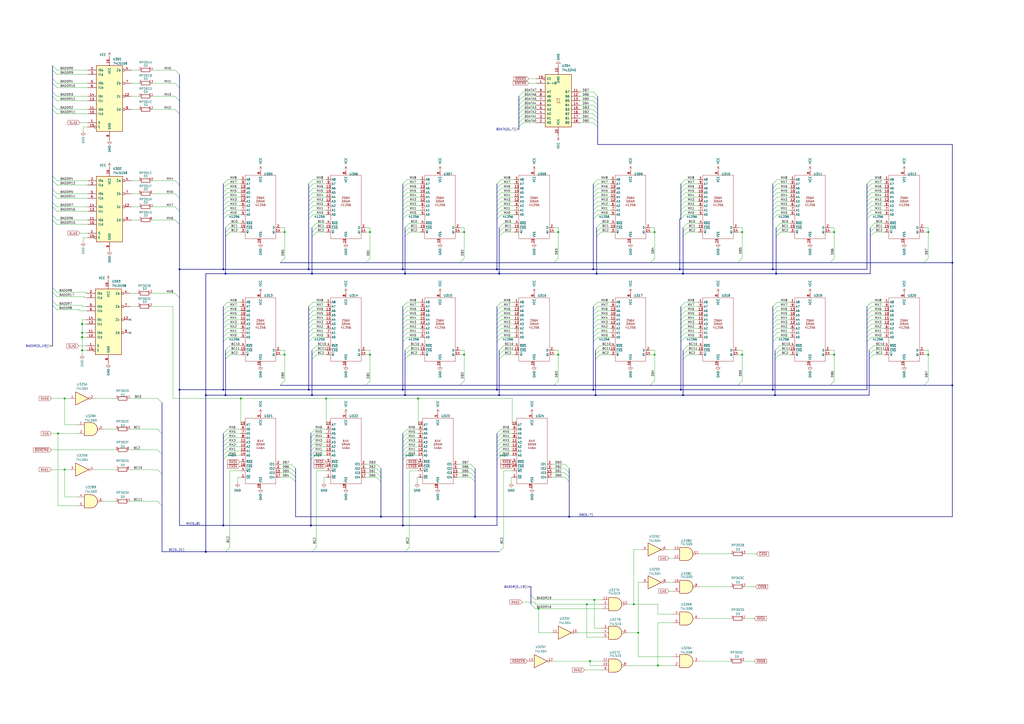
<source format=kicad_sch>
(kicad_sch (version 20230121) (generator eeschema)
  (paper "A2")
  (title_block (title "Commodore PC10/CA") (rev "C") (comment 1 "312626"))
  (junction (at 130.81 229.235))
  (junction (at 430.53 134.62))
  (junction (at 323.85 205.74))
  (junction (at 450.215 158.75))
  (junction (at 220.98 299.72))
  (junction (at 312.42 353.06))
  (junction (at 269.24 205.74))
  (junction (at 379.73 205.74))
  (junction (at 345.44 229.235))
  (junction (at 275.59 299.72))
  (junction (at 179.07 156.21))
  (junction (at 37.465 272.415))
  (junction (at 340.36 350.52))
  (junction (at 129.54 226.06))
  (junction (at 180.975 158.75))
  (junction (at 165.1 205.74))
  (junction (at 289.56 229.235))
  (junction (at 129.54 304.8))
  (junction (at 119.38 320.04))
  (junction (at 552.45 223.52))
  (junction (at 342.265 383.54))
  (junction (at 396.24 158.75))
  (junction (at 344.17 226.06))
  (junction (at 47.625 203.2))
  (junction (at 233.68 304.8))
  (junction (at 33.655 251.46))
  (junction (at 129.54 156.21))
  (junction (at 370.205 367.03))
  (junction (at 449.58 229.235))
  (junction (at 269.24 134.62))
  (junction (at 179.07 226.06))
  (junction (at 104.14 226.06))
  (junction (at 346.075 158.75))
  (junction (at 189.23 231.14))
  (junction (at 538.48 134.62))
  (junction (at 394.335 156.21))
  (junction (at 233.68 156.21))
  (junction (at 234.95 158.75))
  (junction (at 394.97 226.06))
  (junction (at 180.975 229.235))
  (junction (at 483.87 205.74))
  (junction (at 330.2 299.72))
  (junction (at 288.29 156.21))
  (junction (at 37.465 231.14))
  (junction (at 344.805 347.98))
  (junction (at 448.31 226.06))
  (junction (at 379.73 134.62))
  (junction (at 130.81 158.75))
  (junction (at 233.68 226.06))
  (junction (at 448.31 156.21))
  (junction (at 119.38 229.235))
  (junction (at 47.625 193.04))
  (junction (at 288.29 226.06))
  (junction (at 367.665 350.52))
  (junction (at 234.95 229.235))
  (junction (at 104.14 156.21))
  (junction (at 430.53 205.74))
  (junction (at 165.1 134.62))
  (junction (at 538.48 205.74))
  (junction (at 139.7 231.14))
  (junction (at 47.625 187.96))
  (junction (at 47.625 195.58))
  (junction (at 323.85 134.62))
  (junction (at 289.56 158.75))
  (junction (at 214.63 134.62))
  (junction (at 214.63 205.74))
  (junction (at 552.45 152.4))
  (junction (at 344.17 156.21))
  (junction (at 483.87 134.62))
  (junction (at 180.34 304.8))
  (junction (at 381.635 386.08))
  (junction (at 396.24 229.235))
  (junction (at 242.57 231.14))
  (no_connect (at 75.565 193.04))
  (no_connect (at 75.565 185.42))
  (bus_entry (at 233.68 116.84) (size 2.54 -2.54))
  (bus_entry (at 346.075 134.62) (size 2.54 -2.54))
  (bus_entry (at 344.17 195.58) (size 2.54 -2.54))
  (bus_entry (at 233.68 114.3) (size 2.54 -2.54))
  (bus_entry (at 288.29 121.92) (size 2.54 -2.54))
  (bus_entry (at 130.81 132.08) (size 2.54 -2.54))
  (bus_entry (at 344.17 106.68) (size 2.54 -2.54))
  (bus_entry (at 394.97 190.5) (size 2.54 -2.54))
  (bus_entry (at 448.31 182.88) (size 2.54 -2.54))
  (bus_entry (at 233.68 127) (size 2.54 -2.54))
  (bus_entry (at 289.56 203.2) (size 2.54 -2.54))
  (bus_entry (at 30.48 45.72) (size 2.54 2.54))
  (bus_entry (at 180.34 266.7) (size 2.54 -2.54))
  (bus_entry (at 179.07 182.88) (size 2.54 -2.54))
  (bus_entry (at 101.6 48.26) (size 2.54 2.54))
  (bus_entry (at 180.34 261.62) (size 2.54 -2.54))
  (bus_entry (at 233.68 121.92) (size 2.54 -2.54))
  (bus_entry (at 288.29 127) (size 2.54 -2.54))
  (bus_entry (at 396.24 137.16) (size 2.54 -2.54))
  (bus_entry (at 289.56 137.16) (size 2.54 -2.54))
  (bus_entry (at 180.975 205.74) (size 2.54 -2.54))
  (bus_entry (at 234.95 205.74) (size 2.54 -2.54))
  (bus_entry (at 288.29 111.76) (size 2.54 -2.54))
  (bus_entry (at 504.825 134.62) (size 2.54 -2.54))
  (bus_entry (at 129.54 190.5) (size 2.54 -2.54))
  (bus_entry (at 233.68 185.42) (size 2.54 -2.54))
  (bus_entry (at 30.48 112.395) (size 2.54 2.54))
  (bus_entry (at 233.68 195.58) (size 2.54 -2.54))
  (bus_entry (at 300.99 55.88) (size 2.54 -2.54))
  (bus_entry (at 450.215 137.16) (size 2.54 -2.54))
  (bus_entry (at 502.92 195.58) (size 2.54 -2.54))
  (bus_entry (at 300.99 68.58) (size 2.54 -2.54))
  (bus_entry (at 275.59 279.4) (size -2.54 -2.54))
  (bus_entry (at 502.92 124.46) (size 2.54 -2.54))
  (bus_entry (at 220.98 274.32) (size -2.54 -2.54))
  (bus_entry (at 180.34 251.46) (size 2.54 -2.54))
  (bus_entry (at 233.68 119.38) (size 2.54 -2.54))
  (bus_entry (at 448.31 195.58) (size 2.54 -2.54))
  (bus_entry (at 129.54 109.22) (size 2.54 -2.54))
  (bus_entry (at 288.29 198.12) (size 2.54 -2.54))
  (bus_entry (at 275.59 271.78) (size -2.54 -2.54))
  (bus_entry (at 300.99 63.5) (size 2.54 -2.54))
  (bus_entry (at 30.48 167.005) (size 2.54 2.54))
  (bus_entry (at 346.71 58.42) (size -2.54 -2.54))
  (bus_entry (at 233.68 254) (size 2.54 -2.54))
  (bus_entry (at 220.98 276.86) (size -2.54 -2.54))
  (bus_entry (at 344.17 180.34) (size 2.54 -2.54))
  (bus_entry (at 180.975 132.08) (size 2.54 -2.54))
  (bus_entry (at 130.81 208.28) (size 2.54 -2.54))
  (bus_entry (at 502.92 127) (size 2.54 -2.54))
  (bus_entry (at 179.07 111.76) (size 2.54 -2.54))
  (bus_entry (at 394.97 187.96) (size 2.54 -2.54))
  (bus_entry (at 394.97 185.42) (size 2.54 -2.54))
  (bus_entry (at 101.6 112.395) (size 2.54 2.54))
  (bus_entry (at 171.45 274.32) (size -2.54 -2.54))
  (bus_entry (at 344.17 121.92) (size 2.54 -2.54))
  (bus_entry (at 288.29 193.04) (size 2.54 -2.54))
  (bus_entry (at 504.19 208.28) (size 2.54 -2.54))
  (bus_entry (at 448.31 121.92) (size 2.54 -2.54))
  (bus_entry (at 346.075 132.08) (size 2.54 -2.54))
  (bus_entry (at 180.975 134.62) (size 2.54 -2.54))
  (bus_entry (at 129.54 264.16) (size 2.54 -2.54))
  (bus_entry (at 101.6 63.5) (size 2.54 2.54))
  (bus_entry (at 129.54 114.3) (size 2.54 -2.54))
  (bus_entry (at 344.17 182.88) (size 2.54 -2.54))
  (bus_entry (at 233.68 256.54) (size 2.54 -2.54))
  (bus_entry (at 307.975 345.44) (size 2.54 2.54))
  (bus_entry (at 233.68 180.34) (size 2.54 -2.54))
  (bus_entry (at 288.29 195.58) (size 2.54 -2.54))
  (bus_entry (at 394.97 182.88) (size 2.54 -2.54))
  (bus_entry (at 504.19 205.74) (size 2.54 -2.54))
  (bus_entry (at 344.17 127) (size 2.54 -2.54))
  (bus_entry (at 179.07 116.84) (size 2.54 -2.54))
  (bus_entry (at 233.68 251.46) (size 2.54 -2.54))
  (bus_entry (at 179.07 185.42) (size 2.54 -2.54))
  (bus_entry (at 346.71 55.88) (size -2.54 -2.54))
  (bus_entry (at 30.48 60.96) (size 2.54 2.54))
  (bus_entry (at 212.09 152.4) (size 2.54 -2.54))
  (bus_entry (at 450.215 134.62) (size 2.54 -2.54))
  (bus_entry (at 394.97 193.04) (size 2.54 -2.54))
  (bus_entry (at 307.975 350.52) (size 2.54 2.54))
  (bus_entry (at 448.31 185.42) (size 2.54 -2.54))
  (bus_entry (at 30.48 127.635) (size 2.54 2.54))
  (bus_entry (at 396.24 203.2) (size 2.54 -2.54))
  (bus_entry (at 289.56 320.04) (size 2.54 -2.54))
  (bus_entry (at 502.92 119.38) (size 2.54 -2.54))
  (bus_entry (at 344.17 185.42) (size 2.54 -2.54))
  (bus_entry (at 502.92 198.12) (size 2.54 -2.54))
  (bus_entry (at 101.6 120.015) (size 2.54 2.54))
  (bus_entry (at 396.24 208.28) (size 2.54 -2.54))
  (bus_entry (at 129.54 182.88) (size 2.54 -2.54))
  (bus_entry (at 394.97 177.8) (size 2.54 -2.54))
  (bus_entry (at 30.48 53.34) (size 2.54 2.54))
  (bus_entry (at 30.48 104.775) (size 2.54 2.54))
  (bus_entry (at 346.71 60.96) (size -2.54 -2.54))
  (bus_entry (at 448.31 111.76) (size 2.54 -2.54))
  (bus_entry (at 101.6 170.18) (size 2.54 2.54))
  (bus_entry (at 346.71 68.58) (size -2.54 -2.54))
  (bus_entry (at 502.92 109.22) (size 2.54 -2.54))
  (bus_entry (at 394.97 121.92) (size 2.54 -2.54))
  (bus_entry (at 233.68 193.04) (size 2.54 -2.54))
  (bus_entry (at 448.31 119.38) (size 2.54 -2.54))
  (bus_entry (at 300.99 66.04) (size 2.54 -2.54))
  (bus_entry (at 101.6 104.775) (size 2.54 2.54))
  (bus_entry (at 394.97 116.84) (size 2.54 -2.54))
  (bus_entry (at 289.56 132.08) (size 2.54 -2.54))
  (bus_entry (at 288.29 261.62) (size 2.54 -2.54))
  (bus_entry (at 502.92 177.8) (size 2.54 -2.54))
  (bus_entry (at 502.92 193.04) (size 2.54 -2.54))
  (bus_entry (at 330.2 276.86) (size -2.54 -2.54))
  (bus_entry (at 180.975 208.28) (size 2.54 -2.54))
  (bus_entry (at 129.54 185.42) (size 2.54 -2.54))
  (bus_entry (at 394.97 119.38) (size 2.54 -2.54))
  (bus_entry (at 129.54 266.7) (size 2.54 -2.54))
  (bus_entry (at 101.6 40.64) (size 2.54 2.54))
  (bus_entry (at 130.81 137.16) (size 2.54 -2.54))
  (bus_entry (at 30.48 174.625) (size 2.54 2.54))
  (bus_entry (at 179.07 177.8) (size 2.54 -2.54))
  (bus_entry (at 288.29 185.42) (size 2.54 -2.54))
  (bus_entry (at 321.31 223.52) (size 2.54 -2.54))
  (bus_entry (at 212.09 223.52) (size 2.54 -2.54))
  (bus_entry (at 30.48 55.88) (size 2.54 2.54))
  (bus_entry (at 344.17 193.04) (size 2.54 -2.54))
  (bus_entry (at 179.07 187.96) (size 2.54 -2.54))
  (bus_entry (at 300.99 60.96) (size 2.54 -2.54))
  (bus_entry (at 234.95 137.16) (size 2.54 -2.54))
  (bus_entry (at 502.92 111.76) (size 2.54 -2.54))
  (bus_entry (at 502.92 121.92) (size 2.54 -2.54))
  (bus_entry (at 449.58 203.2) (size 2.54 -2.54))
  (bus_entry (at 344.17 187.96) (size 2.54 -2.54))
  (bus_entry (at 288.29 251.46) (size 2.54 -2.54))
  (bus_entry (at 179.07 109.22) (size 2.54 -2.54))
  (bus_entry (at 394.97 109.22) (size 2.54 -2.54))
  (bus_entry (at 233.68 111.76) (size 2.54 -2.54))
  (bus_entry (at 129.54 127) (size 2.54 -2.54))
  (bus_entry (at 233.68 182.88) (size 2.54 -2.54))
  (bus_entry (at 288.29 264.16) (size 2.54 -2.54))
  (bus_entry (at 344.17 190.5) (size 2.54 -2.54))
  (bus_entry (at 129.54 195.58) (size 2.54 -2.54))
  (bus_entry (at 449.58 205.74) (size 2.54 -2.54))
  (bus_entry (at 30.48 177.165) (size 2.54 2.54))
  (bus_entry (at 450.215 132.08) (size 2.54 -2.54))
  (bus_entry (at 330.2 274.32) (size -2.54 -2.54))
  (bus_entry (at 179.07 195.58) (size 2.54 -2.54))
  (bus_entry (at 180.34 254) (size 2.54 -2.54))
  (bus_entry (at 30.48 38.1) (size 2.54 2.54))
  (bus_entry (at 129.54 121.92) (size 2.54 -2.54))
  (bus_entry (at 481.33 223.52) (size 2.54 -2.54))
  (bus_entry (at 394.97 111.76) (size 2.54 -2.54))
  (bus_entry (at 448.31 177.8) (size 2.54 -2.54))
  (bus_entry (at 30.48 125.095) (size 2.54 2.54))
  (bus_entry (at 300.99 73.66) (size 2.54 -2.54))
  (bus_entry (at 346.71 71.12) (size -2.54 -2.54))
  (bus_entry (at 171.45 276.86) (size -2.54 -2.54))
  (bus_entry (at 234.95 208.28) (size 2.54 -2.54))
  (bus_entry (at 233.68 198.12) (size 2.54 -2.54))
  (bus_entry (at 233.68 261.62) (size 2.54 -2.54))
  (bus_entry (at 91.44 260.985) (size 2.54 2.54))
  (bus_entry (at 394.97 124.46) (size 2.54 -2.54))
  (bus_entry (at 288.29 114.3) (size 2.54 -2.54))
  (bus_entry (at 396.24 132.08) (size 2.54 -2.54))
  (bus_entry (at 101.6 55.88) (size 2.54 2.54))
  (bus_entry (at 288.29 116.84) (size 2.54 -2.54))
  (bus_entry (at 288.29 259.08) (size 2.54 -2.54))
  (bus_entry (at 266.7 152.4) (size 2.54 -2.54))
  (bus_entry (at 288.29 187.96) (size 2.54 -2.54))
  (bus_entry (at 30.48 40.64) (size 2.54 2.54))
  (bus_entry (at 535.94 223.52) (size 2.54 -2.54))
  (bus_entry (at 346.71 66.04) (size -2.54 -2.54))
  (bus_entry (at 502.92 182.88) (size 2.54 -2.54))
  (bus_entry (at 30.48 48.26) (size 2.54 2.54))
  (bus_entry (at 30.48 169.545) (size 2.54 2.54))
  (bus_entry (at 502.92 116.84) (size 2.54 -2.54))
  (bus_entry (at 130.81 205.74) (size 2.54 -2.54))
  (bus_entry (at 344.17 124.46) (size 2.54 -2.54))
  (bus_entry (at 129.54 193.04) (size 2.54 -2.54))
  (bus_entry (at 234.95 320.04) (size 2.54 -2.54))
  (bus_entry (at 129.54 259.08) (size 2.54 -2.54))
  (bus_entry (at 344.17 177.8) (size 2.54 -2.54))
  (bus_entry (at 179.07 190.5) (size 2.54 -2.54))
  (bus_entry (at 129.54 256.54) (size 2.54 -2.54))
  (bus_entry (at 394.97 195.58) (size 2.54 -2.54))
  (bus_entry (at 171.45 279.4) (size -2.54 -2.54))
  (bus_entry (at 288.29 190.5) (size 2.54 -2.54))
  (bus_entry (at 288.29 106.68) (size 2.54 -2.54))
  (bus_entry (at 289.56 205.74) (size 2.54 -2.54))
  (bus_entry (at 394.97 114.3) (size 2.54 -2.54))
  (bus_entry (at 448.31 116.84) (size 2.54 -2.54))
  (bus_entry (at 344.17 116.84) (size 2.54 -2.54))
  (bus_entry (at 288.29 177.8) (size 2.54 -2.54))
  (bus_entry (at 233.68 106.68) (size 2.54 -2.54))
  (bus_entry (at 275.59 276.86) (size -2.54 -2.54))
  (bus_entry (at 288.29 266.7) (size 2.54 -2.54))
  (bus_entry (at 233.68 124.46) (size 2.54 -2.54))
  (bus_entry (at 289.56 134.62) (size 2.54 -2.54))
  (bus_entry (at 289.56 208.28) (size 2.54 -2.54))
  (bus_entry (at 275.59 274.32) (size -2.54 -2.54))
  (bus_entry (at 300.99 71.12) (size 2.54 -2.54))
  (bus_entry (at 394.97 127) (size 2.54 -2.54))
  (bus_entry (at 130.81 320.04) (size 2.54 -2.54))
  (bus_entry (at 448.31 106.68) (size 2.54 -2.54))
  (bus_entry (at 233.68 259.08) (size 2.54 -2.54))
  (bus_entry (at 330.2 279.4) (size -2.54 -2.54))
  (bus_entry (at 288.29 119.38) (size 2.54 -2.54))
  (bus_entry (at 300.99 58.42) (size 2.54 -2.54))
  (bus_entry (at 220.98 279.4) (size -2.54 -2.54))
  (bus_entry (at 377.19 223.52) (size 2.54 -2.54))
  (bus_entry (at 179.07 124.46) (size 2.54 -2.54))
  (bus_entry (at 345.44 208.28) (size 2.54 -2.54))
  (bus_entry (at 233.68 177.8) (size 2.54 -2.54))
  (bus_entry (at 234.95 134.62) (size 2.54 -2.54))
  (bus_entry (at 346.71 73.66) (size -2.54 -2.54))
  (bus_entry (at 504.19 203.2) (size 2.54 -2.54))
  (bus_entry (at 179.07 121.92) (size 2.54 -2.54))
  (bus_entry (at 130.81 134.62) (size 2.54 -2.54))
  (bus_entry (at 288.29 256.54) (size 2.54 -2.54))
  (bus_entry (at 504.825 137.16) (size 2.54 -2.54))
  (bus_entry (at 448.31 193.04) (size 2.54 -2.54))
  (bus_entry (at 179.07 198.12) (size 2.54 -2.54))
  (bus_entry (at 448.31 187.96) (size 2.54 -2.54))
  (bus_entry (at 396.24 205.74) (size 2.54 -2.54))
  (bus_entry (at 502.92 185.42) (size 2.54 -2.54))
  (bus_entry (at 288.29 254) (size 2.54 -2.54))
  (bus_entry (at 234.95 203.2) (size 2.54 -2.54))
  (bus_entry (at 346.71 63.5) (size -2.54 -2.54))
  (bus_entry (at 101.6 127.635) (size 2.54 2.54))
  (bus_entry (at 129.54 261.62) (size 2.54 -2.54))
  (bus_entry (at 396.24 134.62) (size 2.54 -2.54))
  (bus_entry (at 288.29 124.46) (size 2.54 -2.54))
  (bus_entry (at 162.56 223.52) (size 2.54 -2.54))
  (bus_entry (at 129.54 116.84) (size 2.54 -2.54))
  (bus_entry (at 346.075 137.16) (size 2.54 -2.54))
  (bus_entry (at 179.07 114.3) (size 2.54 -2.54))
  (bus_entry (at 129.54 177.8) (size 2.54 -2.54))
  (bus_entry (at 91.44 272.415) (size 2.54 2.54))
  (bus_entry (at 448.31 198.12) (size 2.54 -2.54))
  (bus_entry (at 129.54 187.96) (size 2.54 -2.54))
  (bus_entry (at 502.92 190.5) (size 2.54 -2.54))
  (bus_entry (at 502.92 114.3) (size 2.54 -2.54))
  (bus_entry (at 30.48 109.855) (size 2.54 2.54))
  (bus_entry (at 129.54 254) (size 2.54 -2.54))
  (bus_entry (at 427.99 223.52) (size 2.54 -2.54))
  (bus_entry (at 180.975 320.04) (size 2.54 -2.54))
  (bus_entry (at 180.34 256.54) (size 2.54 -2.54))
  (bus_entry (at 129.54 106.68) (size 2.54 -2.54))
  (bus_entry (at 179.07 119.38) (size 2.54 -2.54))
  (bus_entry (at 91.44 290.83) (size 2.54 2.54))
  (bus_entry (at 129.54 180.34) (size 2.54 -2.54))
  (bus_entry (at 179.07 127) (size 2.54 -2.54))
  (bus_entry (at 130.81 203.2) (size 2.54 -2.54))
  (bus_entry (at 344.17 119.38) (size 2.54 -2.54))
  (bus_entry (at 129.54 111.76) (size 2.54 -2.54))
  (bus_entry (at 448.31 124.46) (size 2.54 -2.54))
  (bus_entry (at 179.07 180.34) (size 2.54 -2.54))
  (bus_entry (at 180.975 203.2) (size 2.54 -2.54))
  (bus_entry (at 30.48 102.235) (size 2.54 2.54))
  (bus_entry (at 344.17 111.76) (size 2.54 -2.54))
  (bus_entry (at 502.92 106.68) (size 2.54 -2.54))
  (bus_entry (at 180.34 264.16) (size 2.54 -2.54))
  (bus_entry (at 179.07 193.04) (size 2.54 -2.54))
  (bus_entry (at 129.54 124.46) (size 2.54 -2.54))
  (bus_entry (at 233.68 266.7) (size 2.54 -2.54))
  (bus_entry (at 288.29 180.34) (size 2.54 -2.54))
  (bus_entry (at 220.98 271.78) (size -2.54 -2.54))
  (bus_entry (at 427.99 152.4) (size 2.54 -2.54))
  (bus_entry (at 448.31 109.22) (size 2.54 -2.54))
  (bus_entry (at 129.54 251.46) (size 2.54 -2.54))
  (bus_entry (at 344.17 198.12) (size 2.54 -2.54))
  (bus_entry (at 377.19 152.4) (size 2.54 -2.54))
  (bus_entry (at 30.48 120.015) (size 2.54 2.54))
  (bus_entry (at 321.31 152.4) (size 2.54 -2.54))
  (bus_entry (at 448.31 127) (size 2.54 -2.54))
  (bus_entry (at 129.54 198.12) (size 2.54 -2.54))
  (bus_entry (at 448.31 180.34) (size 2.54 -2.54))
  (bus_entry (at 330.2 271.78) (size -2.54 -2.54))
  (bus_entry (at 288.29 182.88) (size 2.54 -2.54))
  (bus_entry (at 266.7 223.52) (size 2.54 -2.54))
  (bus_entry (at 345.44 205.74) (size 2.54 -2.54))
  (bus_entry (at 345.44 203.2) (size 2.54 -2.54))
  (bus_entry (at 394.97 180.34) (size 2.54 -2.54))
  (bus_entry (at 481.33 152.4) (size 2.54 -2.54))
  (bus_entry (at 179.07 106.68) (size 2.54 -2.54))
  (bus_entry (at 502.92 180.34) (size 2.54 -2.54))
  (bus_entry (at 233.68 190.5) (size 2.54 -2.54))
  (bus_entry (at 180.34 259.08) (size 2.54 -2.54))
  (bus_entry (at 394.97 198.12) (size 2.54 -2.54))
  (bus_entry (at 233.68 109.22) (size 2.54 -2.54))
  (bus_entry (at 502.92 187.96) (size 2.54 -2.54))
  (bus_entry (at 233.68 187.96) (size 2.54 -2.54))
  (bus_entry (at 344.17 109.22) (size 2.54 -2.54))
  (bus_entry (at 448.31 190.5) (size 2.54 -2.54))
  (bus_entry (at 162.56 152.4) (size 2.54 -2.54))
  (bus_entry (at 234.95 132.08) (size 2.54 -2.54))
  (bus_entry (at 91.44 231.14) (size 2.54 2.54))
  (bus_entry (at 180.975 137.16) (size 2.54 -2.54))
  (bus_entry (at 504.825 132.08) (size 2.54 -2.54))
  (bus_entry (at 171.45 271.78) (size -2.54 -2.54))
  (bus_entry (at 30.48 63.5) (size 2.54 2.54))
  (bus_entry (at 91.44 248.92) (size 2.54 2.54))
  (bus_entry (at 129.54 119.38) (size 2.54 -2.54))
  (bus_entry (at 449.58 208.28) (size 2.54 -2.54))
  (bus_entry (at 288.29 109.22) (size 2.54 -2.54))
  (bus_entry (at 448.31 114.3) (size 2.54 -2.54))
  (bus_entry (at 30.48 117.475) (size 2.54 2.54))
  (bus_entry (at 535.94 152.4) (size 2.54 -2.54))
  (bus_entry (at 344.17 114.3) (size 2.54 -2.54))
  (bus_entry (at 394.97 106.68) (size 2.54 -2.54))
  (bus_entry (at 233.68 264.16) (size 2.54 -2.54))
  (wire (pts (xy 87.63 170.18) (xy 101.6 170.18)))
  (wire (pts (xy 80.645 48.26) (xy 76.2 48.26)))
  (wire (pts (xy 346.71 177.8) (xy 354.33 177.8)))
  (bus (pts (xy 346.075 132.08) (xy 346.075 134.62)))
  (wire (pts (xy 387.985 342.9) (xy 390.525 342.9)))
  (wire (pts (xy 397.51 111.76) (xy 405.13 111.76)))
  (bus (pts (xy 344.17 127) (xy 344.17 124.46)))
  (wire (pts (xy 236.22 180.34) (xy 243.84 180.34)))
  (wire (pts (xy 535.94 205.74) (xy 538.48 205.74)))
  (wire (pts (xy 438.785 321.31) (xy 431.8 321.31)))
  (wire (pts (xy 139.7 231.14) (xy 189.23 231.14)))
  (bus (pts (xy 346.71 60.96) (xy 346.71 63.5)))
  (wire (pts (xy 290.83 116.84) (xy 298.45 116.84)))
  (bus (pts (xy 288.29 109.22) (xy 288.29 111.76)))
  (wire (pts (xy 183.515 129.54) (xy 189.23 129.54)))
  (bus (pts (xy 130.81 203.2) (xy 130.81 205.74)))
  (wire (pts (xy 182.88 259.08) (xy 189.23 259.08)))
  (bus (pts (xy 289.56 208.28) (xy 289.56 229.235)))
  (bus (pts (xy 180.975 134.62) (xy 180.975 137.16)))
  (bus (pts (xy 233.68 177.8) (xy 233.68 180.34)))
  (wire (pts (xy 182.88 256.54) (xy 189.23 256.54)))
  (bus (pts (xy 288.29 116.84) (xy 288.29 119.38)))
  (bus (pts (xy 129.54 106.68) (xy 129.54 109.22)))
  (bus (pts (xy 275.59 276.86) (xy 275.59 279.4)))
  (wire (pts (xy 47.625 193.04) (xy 47.625 187.96)))
  (wire (pts (xy 397.51 187.96) (xy 405.13 187.96)))
  (wire (pts (xy 80.645 120.015) (xy 76.2 120.015)))
  (bus (pts (xy 449.58 205.74) (xy 449.58 208.28)))
  (wire (pts (xy 505.46 190.5) (xy 513.08 190.5)))
  (bus (pts (xy 129.54 127) (xy 129.54 156.21)))
  (wire (pts (xy 181.61 187.96) (xy 189.23 187.96)))
  (bus (pts (xy 344.17 121.92) (xy 344.17 124.46)))
  (wire (pts (xy 505.46 104.14) (xy 513.08 104.14)))
  (bus (pts (xy 377.19 152.4) (xy 427.99 152.4)))
  (wire (pts (xy 430.53 205.74) (xy 430.53 220.98)))
  (wire (pts (xy 377.19 205.74) (xy 379.73 205.74)))
  (wire (pts (xy 269.24 205.74) (xy 269.24 220.98)))
  (wire (pts (xy 323.85 203.2) (xy 323.85 205.74)))
  (bus (pts (xy 30.48 104.775) (xy 30.48 109.855)))
  (bus (pts (xy 180.975 132.08) (xy 180.975 134.62)))
  (bus (pts (xy 552.45 299.72) (xy 552.45 223.52)))
  (wire (pts (xy 48.895 172.72) (xy 50.165 172.72)))
  (wire (pts (xy 40.005 231.14) (xy 37.465 231.14)))
  (wire (pts (xy 450.85 182.88) (xy 458.47 182.88)))
  (bus (pts (xy 233.68 182.88) (xy 233.68 185.42)))
  (wire (pts (xy 236.22 187.96) (xy 243.84 187.96)))
  (wire (pts (xy 336.55 71.12) (xy 344.17 71.12)))
  (bus (pts (xy 289.56 203.2) (xy 289.56 205.74)))
  (bus (pts (xy 129.54 180.34) (xy 129.54 182.88)))
  (bus (pts (xy 346.075 158.75) (xy 396.24 158.75)))
  (bus (pts (xy 104.14 226.06) (xy 129.54 226.06)))
  (wire (pts (xy 88.265 104.775) (xy 101.6 104.775)))
  (bus (pts (xy 288.29 114.3) (xy 288.29 116.84)))
  (wire (pts (xy 336.55 53.34) (xy 344.17 53.34)))
  (bus (pts (xy 344.17 185.42) (xy 344.17 187.96)))
  (wire (pts (xy 181.61 111.76) (xy 189.23 111.76)))
  (wire (pts (xy 37.465 246.38) (xy 37.465 231.14)))
  (bus (pts (xy 171.45 299.72) (xy 220.98 299.72)))
  (bus (pts (xy 288.29 121.92) (xy 288.29 124.46)))
  (wire (pts (xy 450.85 111.76) (xy 458.47 111.76)))
  (wire (pts (xy 450.85 121.92) (xy 458.47 121.92)))
  (wire (pts (xy 397.51 119.38) (xy 405.13 119.38)))
  (wire (pts (xy 181.61 180.34) (xy 189.23 180.34)))
  (wire (pts (xy 48.895 172.72) (xy 48.895 172.085)))
  (wire (pts (xy 218.44 269.24) (xy 212.09 269.24)))
  (wire (pts (xy 183.515 203.2) (xy 189.23 203.2)))
  (wire (pts (xy 397.51 180.34) (xy 405.13 180.34)))
  (bus (pts (xy 396.24 137.16) (xy 396.24 158.75)))
  (wire (pts (xy 33.02 48.26) (xy 50.8 48.26)))
  (bus (pts (xy 233.68 198.12) (xy 233.68 226.06)))
  (bus (pts (xy 275.59 274.32) (xy 275.59 276.86)))
  (wire (pts (xy 398.78 200.66) (xy 405.13 200.66)))
  (bus (pts (xy 396.24 208.28) (xy 396.24 229.235)))
  (wire (pts (xy 181.61 177.8) (xy 189.23 177.8)))
  (wire (pts (xy 236.22 124.46) (xy 243.84 124.46)))
  (bus (pts (xy 180.975 203.2) (xy 180.975 205.74)))
  (bus (pts (xy 344.17 226.06) (xy 394.97 226.06)))
  (wire (pts (xy 349.25 367.03) (xy 335.28 367.03)))
  (wire (pts (xy 214.63 134.62) (xy 214.63 149.86)))
  (wire (pts (xy 88.265 48.26) (xy 101.6 48.26)))
  (wire (pts (xy 381.635 386.08) (xy 381.635 361.315)))
  (wire (pts (xy 505.46 182.88) (xy 513.08 182.88)))
  (bus (pts (xy 30.48 38.1) (xy 30.48 40.64)))
  (wire (pts (xy 349.25 364.49) (xy 344.805 364.49)))
  (wire (pts (xy 266.7 132.08) (xy 269.24 132.08)))
  (bus (pts (xy 104.14 156.21) (xy 129.54 156.21)))
  (bus (pts (xy 300.99 71.12) (xy 300.99 73.66)))
  (bus (pts (xy 502.92 127) (xy 502.92 156.21)))
  (wire (pts (xy 450.85 119.38) (xy 458.47 119.38)))
  (bus (pts (xy 504.19 208.28) (xy 504.19 229.235)))
  (wire (pts (xy 237.49 203.2) (xy 243.84 203.2)))
  (wire (pts (xy 236.22 195.58) (xy 243.84 195.58)))
  (wire (pts (xy 483.87 205.74) (xy 483.87 220.98)))
  (bus (pts (xy 179.07 198.12) (xy 179.07 226.06)))
  (wire (pts (xy 139.7 231.14) (xy 139.7 246.38)))
  (bus (pts (xy 344.17 127) (xy 344.17 156.21)))
  (wire (pts (xy 74.93 248.92) (xy 91.44 248.92)))
  (bus (pts (xy 504.19 203.2) (xy 504.19 205.74)))
  (wire (pts (xy 214.63 203.2) (xy 214.63 205.74)))
  (wire (pts (xy 242.57 273.05) (xy 237.49 273.05)))
  (bus (pts (xy 233.68 259.08) (xy 233.68 261.62)))
  (bus (pts (xy 220.98 271.78) (xy 220.98 274.32)))
  (wire (pts (xy 364.49 386.08) (xy 381.635 386.08)))
  (wire (pts (xy 132.08 175.26) (xy 139.7 175.26)))
  (wire (pts (xy 349.25 386.08) (xy 342.265 386.08)))
  (bus (pts (xy 344.17 177.8) (xy 344.17 180.34)))
  (wire (pts (xy 535.94 134.62) (xy 538.48 134.62)))
  (wire (pts (xy 405.765 383.54) (xy 423.545 383.54)))
  (bus (pts (xy 30.48 112.395) (xy 30.48 117.475)))
  (bus (pts (xy 130.81 132.08) (xy 130.81 134.62)))
  (wire (pts (xy 430.53 134.62) (xy 430.53 149.86)))
  (wire (pts (xy 323.85 132.08) (xy 323.85 134.62)))
  (bus (pts (xy 129.54 109.22) (xy 129.54 111.76)))
  (wire (pts (xy 88.265 55.88) (xy 101.6 55.88)))
  (wire (pts (xy 538.48 203.2) (xy 538.48 205.74)))
  (wire (pts (xy 327.66 276.86) (xy 320.04 276.86)))
  (wire (pts (xy 236.22 121.92) (xy 243.84 121.92)))
  (bus (pts (xy 288.29 256.54) (xy 288.29 259.08)))
  (bus (pts (xy 233.68 127) (xy 233.68 156.21)))
  (bus (pts (xy 180.975 229.235) (xy 234.95 229.235)))
  (bus (pts (xy 502.92 114.3) (xy 502.92 116.84)))
  (wire (pts (xy 507.365 132.08) (xy 513.08 132.08)))
  (bus (pts (xy 346.075 134.62) (xy 346.075 137.16)))
  (bus (pts (xy 344.17 182.88) (xy 344.17 185.42)))
  (wire (pts (xy 80.645 63.5) (xy 76.2 63.5)))
  (wire (pts (xy 346.71 106.68) (xy 354.33 106.68)))
  (wire (pts (xy 266.7 134.62) (xy 269.24 134.62)))
  (bus (pts (xy 30.48 177.165) (xy 30.48 200.66)))
  (bus (pts (xy 502.92 190.5) (xy 502.92 193.04)))
  (wire (pts (xy 88.265 40.64) (xy 101.6 40.64)))
  (bus (pts (xy 180.34 256.54) (xy 180.34 259.08)))
  (wire (pts (xy 33.02 43.18) (xy 50.8 43.18)))
  (wire (pts (xy 132.08 104.14) (xy 139.7 104.14)))
  (wire (pts (xy 181.61 190.5) (xy 189.23 190.5)))
  (wire (pts (xy 506.73 203.2) (xy 513.08 203.2)))
  (wire (pts (xy 33.02 114.935) (xy 50.8 114.935)))
  (bus (pts (xy 233.68 119.38) (xy 233.68 121.92)))
  (bus (pts (xy 129.54 304.8) (xy 180.34 304.8)))
  (wire (pts (xy 168.91 269.24) (xy 162.56 269.24)))
  (wire (pts (xy 132.08 109.22) (xy 139.7 109.22)))
  (bus (pts (xy 129.54 119.38) (xy 129.54 121.92)))
  (bus (pts (xy 179.07 182.88) (xy 179.07 185.42)))
  (bus (pts (xy 288.29 177.8) (xy 288.29 180.34)))
  (wire (pts (xy 450.85 106.68) (xy 458.47 106.68)))
  (wire (pts (xy 450.85 175.26) (xy 458.47 175.26)))
  (bus (pts (xy 129.54 182.88) (xy 129.54 185.42)))
  (bus (pts (xy 104.14 50.8) (xy 104.14 58.42)))
  (wire (pts (xy 181.61 109.22) (xy 189.23 109.22)))
  (wire (pts (xy 535.94 132.08) (xy 538.48 132.08)))
  (bus (pts (xy 394.97 114.3) (xy 394.97 116.84)))
  (wire (pts (xy 344.805 364.49) (xy 344.805 347.98)))
  (bus (pts (xy 345.44 229.235) (xy 396.24 229.235)))
  (wire (pts (xy 450.85 185.42) (xy 458.47 185.42)))
  (bus (pts (xy 119.38 320.675) (xy 119.38 320.04)))
  (wire (pts (xy 321.31 203.2) (xy 323.85 203.2)))
  (wire (pts (xy 80.01 177.8) (xy 75.565 177.8)))
  (bus (pts (xy 288.29 254) (xy 288.29 256.54)))
  (wire (pts (xy 237.49 205.74) (xy 243.84 205.74)))
  (wire (pts (xy 450.85 187.96) (xy 458.47 187.96)))
  (bus (pts (xy 30.48 48.26) (xy 30.48 53.34)))
  (wire (pts (xy 505.46 106.68) (xy 513.08 106.68)))
  (bus (pts (xy 502.92 193.04) (xy 502.92 195.58)))
  (bus (pts (xy 179.07 226.06) (xy 233.68 226.06)))
  (wire (pts (xy 133.35 134.62) (xy 139.7 134.62)))
  (wire (pts (xy 212.09 134.62) (xy 214.63 134.62)))
  (wire (pts (xy 183.515 132.08) (xy 189.23 132.08)))
  (wire (pts (xy 242.57 270.51) (xy 243.205 270.51)))
  (bus (pts (xy 450.215 137.16) (xy 450.215 158.75)))
  (bus (pts (xy 504.825 134.62) (xy 504.825 137.16)))
  (wire (pts (xy 336.55 63.5) (xy 344.17 63.5)))
  (wire (pts (xy 33.655 251.46) (xy 33.655 293.37)))
  (wire (pts (xy 132.08 193.04) (xy 139.7 193.04)))
  (wire (pts (xy 290.83 177.8) (xy 298.45 177.8)))
  (bus (pts (xy 233.68 111.76) (xy 233.68 114.3)))
  (wire (pts (xy 181.61 182.88) (xy 189.23 182.88)))
  (bus (pts (xy 535.94 152.4) (xy 552.45 152.4)))
  (wire (pts (xy 48.26 140.335) (xy 48.26 137.795)))
  (wire (pts (xy 303.53 60.96) (xy 311.15 60.96)))
  (bus (pts (xy 448.31 156.21) (xy 502.92 156.21)))
  (wire (pts (xy 312.42 353.06) (xy 312.42 367.03)))
  (bus (pts (xy 344.17 116.84) (xy 344.17 119.38)))
  (bus (pts (xy 130.81 320.04) (xy 180.975 320.04)))
  (wire (pts (xy 290.83 106.68) (xy 298.45 106.68)))
  (bus (pts (xy 129.54 259.08) (xy 129.54 261.62)))
  (bus (pts (xy 396.24 134.62) (xy 396.24 137.16)))
  (wire (pts (xy 312.42 367.03) (xy 320.04 367.03)))
  (bus (pts (xy 288.29 180.34) (xy 288.29 182.88)))
  (wire (pts (xy 290.83 185.42) (xy 298.45 185.42)))
  (wire (pts (xy 74.93 260.985) (xy 91.44 260.985)))
  (wire (pts (xy 132.08 254) (xy 139.7 254)))
  (bus (pts (xy 171.45 274.32) (xy 171.45 276.86)))
  (bus (pts (xy 394.97 109.22) (xy 394.97 111.76)))
  (wire (pts (xy 297.18 231.14) (xy 297.18 246.38)))
  (bus (pts (xy 300.99 66.04) (xy 300.99 68.58)))
  (wire (pts (xy 346.71 104.14) (xy 354.33 104.14)))
  (wire (pts (xy 427.99 205.74) (xy 430.53 205.74)))
  (wire (pts (xy 47.625 177.8) (xy 47.625 177.165)))
  (wire (pts (xy 132.08 116.84) (xy 139.7 116.84)))
  (bus (pts (xy 448.31 109.22) (xy 448.31 111.76)))
  (wire (pts (xy 505.46 187.96) (xy 513.08 187.96)))
  (wire (pts (xy 33.02 66.04) (xy 50.8 66.04)))
  (bus (pts (xy 289.56 132.08) (xy 289.56 134.62)))
  (wire (pts (xy 33.02 40.64) (xy 50.8 40.64)))
  (wire (pts (xy 306.705 48.26) (xy 311.15 48.26)))
  (bus (pts (xy 504.825 137.16) (xy 504.825 158.75)))
  (wire (pts (xy 290.83 104.14) (xy 298.45 104.14)))
  (wire (pts (xy 505.46 119.38) (xy 513.08 119.38)))
  (wire (pts (xy 450.85 104.14) (xy 458.47 104.14)))
  (wire (pts (xy 438.15 340.36) (xy 431.8 340.36)))
  (bus (pts (xy 346.71 55.88) (xy 346.71 58.42)))
  (wire (pts (xy 450.85 109.22) (xy 458.47 109.22)))
  (wire (pts (xy 346.71 195.58) (xy 354.33 195.58)))
  (bus (pts (xy 234.95 137.16) (xy 234.95 158.75)))
  (wire (pts (xy 273.05 276.86) (xy 265.43 276.86)))
  (bus (pts (xy 450.215 158.75) (xy 504.825 158.75)))
  (bus (pts (xy 266.7 223.52) (xy 321.31 223.52)))
  (wire (pts (xy 236.22 109.22) (xy 243.84 109.22)))
  (wire (pts (xy 452.755 134.62) (xy 458.47 134.62)))
  (bus (pts (xy 129.54 185.42) (xy 129.54 187.96)))
  (wire (pts (xy 346.71 175.26) (xy 354.33 175.26)))
  (bus (pts (xy 30.48 120.015) (xy 30.48 125.095)))
  (bus (pts (xy 377.19 223.52) (xy 427.99 223.52)))
  (wire (pts (xy 481.33 132.08) (xy 483.87 132.08)))
  (wire (pts (xy 269.24 203.2) (xy 269.24 205.74)))
  (bus (pts (xy 394.97 180.34) (xy 394.97 182.88)))
  (wire (pts (xy 47.625 177.165) (xy 33.02 177.165)))
  (bus (pts (xy 179.07 121.92) (xy 179.07 124.46)))
  (bus (pts (xy 394.97 177.8) (xy 394.97 180.34)))
  (wire (pts (xy 80.645 112.395) (xy 76.2 112.395)))
  (bus (pts (xy 129.54 254) (xy 129.54 256.54)))
  (wire (pts (xy 398.78 132.08) (xy 405.13 132.08)))
  (wire (pts (xy 387.985 323.85) (xy 390.525 323.85)))
  (bus (pts (xy 346.075 137.16) (xy 346.075 158.75)))
  (wire (pts (xy 165.1 134.62) (xy 165.1 149.86)))
  (bus (pts (xy 129.54 121.92) (xy 129.54 124.46)))
  (wire (pts (xy 266.7 203.2) (xy 269.24 203.2)))
  (wire (pts (xy 269.24 132.08) (xy 269.24 134.62)))
  (bus (pts (xy 233.68 256.54) (xy 233.68 259.08)))
  (wire (pts (xy 370.205 367.03) (xy 370.205 337.82)))
  (bus (pts (xy 104.14 114.935) (xy 104.14 122.555)))
  (wire (pts (xy 310.515 347.98) (xy 344.805 347.98)))
  (bus (pts (xy 179.07 177.8) (xy 179.07 180.34)))
  (wire (pts (xy 46.355 180.34) (xy 50.165 180.34)))
  (wire (pts (xy 132.08 195.58) (xy 139.7 195.58)))
  (wire (pts (xy 346.71 114.3) (xy 354.33 114.3)))
  (wire (pts (xy 212.09 205.74) (xy 214.63 205.74)))
  (wire (pts (xy 181.61 124.46) (xy 189.23 124.46)))
  (wire (pts (xy 48.26 76.2) (xy 48.26 73.66)))
  (wire (pts (xy 452.755 129.54) (xy 458.47 129.54)))
  (bus (pts (xy 345.44 205.74) (xy 345.44 208.28)))
  (bus (pts (xy 289.56 205.74) (xy 289.56 208.28)))
  (wire (pts (xy 162.56 203.2) (xy 165.1 203.2)))
  (bus (pts (xy 450.215 134.62) (xy 450.215 137.16)))
  (wire (pts (xy 183.515 273.05) (xy 183.515 317.5)))
  (bus (pts (xy 394.97 106.68) (xy 394.97 109.22)))
  (bus (pts (xy 233.68 254) (xy 233.68 256.54)))
  (wire (pts (xy 346.71 119.38) (xy 354.33 119.38)))
  (bus (pts (xy 233.68 109.22) (xy 233.68 111.76)))
  (wire (pts (xy 290.83 119.38) (xy 298.45 119.38)))
  (wire (pts (xy 273.05 274.32) (xy 265.43 274.32)))
  (wire (pts (xy 346.71 121.92) (xy 354.33 121.92)))
  (bus (pts (xy 233.68 121.92) (xy 233.68 124.46)))
  (bus (pts (xy 233.68 264.16) (xy 233.68 266.7)))
  (wire (pts (xy 242.57 231.14) (xy 297.18 231.14)))
  (bus (pts (xy 130.81 205.74) (xy 130.81 208.28)))
  (wire (pts (xy 303.53 53.34) (xy 311.15 53.34)))
  (bus (pts (xy 394.97 187.96) (xy 394.97 190.5)))
  (wire (pts (xy 132.08 182.88) (xy 139.7 182.88)))
  (bus (pts (xy 394.335 127) (xy 394.97 127)))
  (bus (pts (xy 129.54 251.46) (xy 129.54 254)))
  (wire (pts (xy 336.55 58.42) (xy 344.17 58.42)))
  (wire (pts (xy 88.265 112.395) (xy 101.6 112.395)))
  (wire (pts (xy 67.31 231.14) (xy 55.245 231.14)))
  (wire (pts (xy 349.25 369.57) (xy 340.36 369.57)))
  (wire (pts (xy 237.49 273.05) (xy 237.49 317.5)))
  (bus (pts (xy 233.68 187.96) (xy 233.68 190.5)))
  (wire (pts (xy 236.22 190.5) (xy 243.84 190.5)))
  (bus (pts (xy 119.38 320.04) (xy 130.81 320.04)))
  (bus (pts (xy 119.38 158.75) (xy 130.81 158.75)))
  (bus (pts (xy 93.98 251.46) (xy 93.98 263.525)))
  (wire (pts (xy 33.02 55.88) (xy 50.8 55.88)))
  (wire (pts (xy 481.33 205.74) (xy 483.87 205.74)))
  (bus (pts (xy 300.99 68.58) (xy 300.99 71.12)))
  (wire (pts (xy 427.99 132.08) (xy 430.53 132.08)))
  (wire (pts (xy 306.705 45.72) (xy 311.15 45.72)))
  (wire (pts (xy 367.665 350.52) (xy 367.665 318.77)))
  (wire (pts (xy 242.57 231.14) (xy 242.57 246.38)))
  (wire (pts (xy 397.51 121.92) (xy 405.13 121.92)))
  (bus (pts (xy 448.31 121.92) (xy 448.31 124.46)))
  (wire (pts (xy 33.02 112.395) (xy 50.8 112.395)))
  (bus (pts (xy 330.2 274.32) (xy 330.2 276.86)))
  (bus (pts (xy 220.98 274.32) (xy 220.98 276.86)))
  (bus (pts (xy 288.29 111.76) (xy 288.29 114.3)))
  (bus (pts (xy 449.58 229.235) (xy 504.19 229.235)))
  (bus (pts (xy 104.14 156.21) (xy 104.14 172.72)))
  (wire (pts (xy 290.83 180.34) (xy 298.45 180.34)))
  (wire (pts (xy 37.465 231.14) (xy 29.845 231.14)))
  (wire (pts (xy 183.515 200.66) (xy 189.23 200.66)))
  (wire (pts (xy 100.33 177.8) (xy 100.33 231.14)))
  (bus (pts (xy 104.14 107.315) (xy 104.14 114.935)))
  (wire (pts (xy 237.49 134.62) (xy 243.84 134.62)))
  (bus (pts (xy 448.31 226.06) (xy 502.92 226.06)))
  (bus (pts (xy 104.14 304.8) (xy 129.54 304.8)))
  (wire (pts (xy 80.645 55.88) (xy 76.2 55.88)))
  (wire (pts (xy 323.85 205.74) (xy 323.85 220.98)))
  (wire (pts (xy 310.515 353.06) (xy 312.42 353.06)))
  (bus (pts (xy 288.29 190.5) (xy 288.29 193.04)))
  (bus (pts (xy 300.99 58.42) (xy 300.99 60.96)))
  (bus (pts (xy 344.17 190.5) (xy 344.17 193.04)))
  (wire (pts (xy 290.83 114.3) (xy 298.45 114.3)))
  (wire (pts (xy 236.22 114.3) (xy 243.84 114.3)))
  (wire (pts (xy 48.26 73.66) (xy 50.8 73.66)))
  (bus (pts (xy 179.07 156.21) (xy 233.68 156.21)))
  (bus (pts (xy 330.2 279.4) (xy 330.2 299.72)))
  (wire (pts (xy 88.265 127.635) (xy 101.6 127.635)))
  (wire (pts (xy 381.635 350.52) (xy 381.635 356.235)))
  (wire (pts (xy 405.765 340.36) (xy 424.18 340.36)))
  (bus (pts (xy 289.56 158.75) (xy 346.075 158.75)))
  (wire (pts (xy 132.08 256.54) (xy 139.7 256.54)))
  (bus (pts (xy 180.34 261.62) (xy 180.34 264.16)))
  (bus (pts (xy 234.95 158.75) (xy 289.56 158.75)))
  (wire (pts (xy 364.49 367.03) (xy 370.205 367.03)))
  (bus (pts (xy 179.07 119.38) (xy 179.07 121.92)))
  (wire (pts (xy 48.26 137.795) (xy 50.8 137.795)))
  (wire (pts (xy 242.57 276.86) (xy 241.935 276.86)))
  (wire (pts (xy 60.325 290.83) (xy 67.31 290.83)))
  (bus (pts (xy 396.24 132.08) (xy 396.24 134.62)))
  (bus (pts (xy 288.29 264.16) (xy 288.29 266.7)))
  (bus (pts (xy 180.975 208.28) (xy 180.975 229.235)))
  (wire (pts (xy 37.465 288.29) (xy 45.085 288.29)))
  (wire (pts (xy 505.46 195.58) (xy 513.08 195.58)))
  (wire (pts (xy 292.1 200.66) (xy 298.45 200.66)))
  (wire (pts (xy 37.465 272.415) (xy 37.465 288.29)))
  (bus (pts (xy 481.33 152.4) (xy 535.94 152.4)))
  (bus (pts (xy 396.24 205.74) (xy 396.24 208.28)))
  (wire (pts (xy 348.615 134.62) (xy 354.33 134.62)))
  (wire (pts (xy 182.88 254) (xy 189.23 254)))
  (bus (pts (xy 104.14 122.555) (xy 104.14 130.175)))
  (bus (pts (xy 288.29 226.06) (xy 344.17 226.06)))
  (wire (pts (xy 397.51 177.8) (xy 405.13 177.8)))
  (wire (pts (xy 236.22 182.88) (xy 243.84 182.88)))
  (bus (pts (xy 233.68 185.42) (xy 233.68 187.96)))
  (wire (pts (xy 387.35 318.77) (xy 390.525 318.77)))
  (wire (pts (xy 297.18 273.05) (xy 292.1 273.05)))
  (wire (pts (xy 181.61 193.04) (xy 189.23 193.04)))
  (wire (pts (xy 370.205 381) (xy 390.525 381)))
  (bus (pts (xy 289.56 229.235) (xy 345.44 229.235)))
  (bus (pts (xy 288.29 261.62) (xy 288.29 264.16)))
  (wire (pts (xy 450.85 177.8) (xy 458.47 177.8)))
  (wire (pts (xy 33.02 107.315) (xy 50.8 107.315)))
  (bus (pts (xy 180.34 254) (xy 180.34 256.54)))
  (wire (pts (xy 67.31 272.415) (xy 55.245 272.415)))
  (bus (pts (xy 93.98 320.04) (xy 119.38 320.04)))
  (wire (pts (xy 290.83 175.26) (xy 298.45 175.26)))
  (bus (pts (xy 275.59 299.72) (xy 330.2 299.72)))
  (wire (pts (xy 100.33 231.14) (xy 139.7 231.14)))
  (wire (pts (xy 430.53 132.08) (xy 430.53 134.62)))
  (bus (pts (xy 394.97 195.58) (xy 394.97 198.12)))
  (bus (pts (xy 344.17 193.04) (xy 344.17 195.58)))
  (wire (pts (xy 189.23 231.14) (xy 242.57 231.14)))
  (bus (pts (xy 300.99 73.66) (xy 300.99 74.93)))
  (bus (pts (xy 130.81 229.235) (xy 180.975 229.235)))
  (wire (pts (xy 290.83 256.54) (xy 297.18 256.54)))
  (bus (pts (xy 289.56 137.16) (xy 289.56 158.75)))
  (bus (pts (xy 394.97 124.46) (xy 394.97 127)))
  (wire (pts (xy 405.765 321.31) (xy 424.18 321.31)))
  (bus (pts (xy 288.29 259.08) (xy 288.29 261.62)))
  (wire (pts (xy 398.78 205.74) (xy 405.13 205.74)))
  (wire (pts (xy 290.83 264.16) (xy 297.18 264.16)))
  (wire (pts (xy 266.7 205.74) (xy 269.24 205.74)))
  (wire (pts (xy 139.7 273.05) (xy 133.35 273.05)))
  (bus (pts (xy 233.68 124.46) (xy 233.68 127)))
  (bus (pts (xy 306.705 340.36) (xy 307.975 340.36)))
  (bus (pts (xy 129.54 187.96) (xy 129.54 190.5)))
  (bus (pts (xy 104.14 66.04) (xy 104.14 107.315)))
  (wire (pts (xy 269.24 134.62) (xy 269.24 149.86)))
  (wire (pts (xy 450.85 116.84) (xy 458.47 116.84)))
  (wire (pts (xy 292.1 205.74) (xy 298.45 205.74)))
  (bus (pts (xy 233.68 114.3) (xy 233.68 116.84)))
  (wire (pts (xy 139.7 276.86) (xy 137.795 276.86)))
  (wire (pts (xy 182.88 261.62) (xy 189.23 261.62)))
  (wire (pts (xy 507.365 129.54) (xy 513.08 129.54)))
  (wire (pts (xy 450.85 180.34) (xy 458.47 180.34)))
  (bus (pts (xy 346.71 73.66) (xy 346.71 83.82)))
  (bus (pts (xy 289.56 134.62) (xy 289.56 137.16)))
  (bus (pts (xy 394.97 111.76) (xy 394.97 114.3)))
  (wire (pts (xy 397.51 185.42) (xy 405.13 185.42)))
  (wire (pts (xy 168.91 274.32) (xy 162.56 274.32)))
  (wire (pts (xy 292.1 273.05) (xy 292.1 317.5)))
  (bus (pts (xy 129.54 226.06) (xy 179.07 226.06)))
  (wire (pts (xy 387.35 337.82) (xy 390.525 337.82)))
  (wire (pts (xy 139.7 267.97) (xy 139.065 267.97)))
  (wire (pts (xy 182.88 248.92) (xy 189.23 248.92)))
  (wire (pts (xy 538.48 205.74) (xy 538.48 220.98)))
  (wire (pts (xy 133.35 132.08) (xy 139.7 132.08)))
  (wire (pts (xy 236.22 193.04) (xy 243.84 193.04)))
  (wire (pts (xy 452.12 203.2) (xy 458.47 203.2)))
  (bus (pts (xy 344.17 106.68) (xy 344.17 109.22)))
  (bus (pts (xy 234.95 134.62) (xy 234.95 137.16)))
  (wire (pts (xy 132.08 119.38) (xy 139.7 119.38)))
  (wire (pts (xy 133.35 200.66) (xy 139.7 200.66)))
  (wire (pts (xy 290.83 195.58) (xy 298.45 195.58)))
  (wire (pts (xy 342.265 383.54) (xy 349.25 383.54)))
  (bus (pts (xy 344.17 187.96) (xy 344.17 190.5)))
  (wire (pts (xy 46.355 71.12) (xy 50.8 71.12)))
  (bus (pts (xy 321.31 152.4) (xy 377.19 152.4)))
  (bus (pts (xy 30.48 55.88) (xy 30.48 60.96)))
  (bus (pts (xy 300.99 63.5) (xy 300.99 66.04)))
  (bus (pts (xy 502.92 119.38) (xy 502.92 121.92)))
  (wire (pts (xy 397.51 195.58) (xy 405.13 195.58)))
  (wire (pts (xy 336.55 60.96) (xy 344.17 60.96)))
  (wire (pts (xy 346.71 190.5) (xy 354.33 190.5)))
  (bus (pts (xy 448.31 114.3) (xy 448.31 116.84)))
  (wire (pts (xy 183.515 134.62) (xy 189.23 134.62)))
  (bus (pts (xy 234.95 132.08) (xy 234.95 134.62)))
  (bus (pts (xy 394.97 226.06) (xy 448.31 226.06)))
  (wire (pts (xy 47.625 195.58) (xy 50.165 195.58)))
  (bus (pts (xy 396.24 229.235) (xy 449.58 229.235)))
  (wire (pts (xy 303.53 71.12) (xy 311.15 71.12)))
  (wire (pts (xy 336.55 68.58) (xy 344.17 68.58)))
  (wire (pts (xy 450.85 190.5) (xy 458.47 190.5)))
  (wire (pts (xy 346.71 180.34) (xy 354.33 180.34)))
  (wire (pts (xy 33.02 58.42) (xy 50.8 58.42)))
  (bus (pts (xy 448.31 180.34) (xy 448.31 182.88)))
  (bus (pts (xy 448.31 111.76) (xy 448.31 114.3)))
  (bus (pts (xy 394.335 127) (xy 394.335 156.21)))
  (wire (pts (xy 379.73 205.74) (xy 379.73 220.98)))
  (bus (pts (xy 448.31 116.84) (xy 448.31 119.38)))
  (bus (pts (xy 30.48 174.625) (xy 30.48 177.165)))
  (wire (pts (xy 47.625 187.96) (xy 50.165 187.96)))
  (wire (pts (xy 181.61 121.92) (xy 189.23 121.92)))
  (bus (pts (xy 346.71 68.58) (xy 346.71 71.12)))
  (wire (pts (xy 398.78 134.62) (xy 405.13 134.62)))
  (wire (pts (xy 29.845 260.985) (xy 67.31 260.985)))
  (bus (pts (xy 394.97 119.38) (xy 394.97 121.92)))
  (bus (pts (xy 346.71 66.04) (xy 346.71 68.58)))
  (wire (pts (xy 181.61 175.26) (xy 189.23 175.26)))
  (wire (pts (xy 214.63 205.74) (xy 214.63 220.98)))
  (bus (pts (xy 179.07 185.42) (xy 179.07 187.96)))
  (bus (pts (xy 180.975 137.16) (xy 180.975 158.75)))
  (bus (pts (xy 180.34 259.08) (xy 180.34 261.62)))
  (wire (pts (xy 47.625 205.74) (xy 47.625 203.2)))
  (wire (pts (xy 377.19 134.62) (xy 379.73 134.62)))
  (bus (pts (xy 396.24 203.2) (xy 396.24 205.74)))
  (wire (pts (xy 33.02 63.5) (xy 50.8 63.5)))
  (wire (pts (xy 218.44 271.78) (xy 212.09 271.78)))
  (bus (pts (xy 129.54 114.3) (xy 129.54 116.84)))
  (wire (pts (xy 189.23 231.14) (xy 189.23 246.38)))
  (bus (pts (xy 233.68 190.5) (xy 233.68 193.04)))
  (bus (pts (xy 307.975 345.44) (xy 307.975 350.52)))
  (wire (pts (xy 427.99 203.2) (xy 430.53 203.2)))
  (wire (pts (xy 481.33 203.2) (xy 483.87 203.2)))
  (bus (pts (xy 288.29 185.42) (xy 288.29 187.96)))
  (wire (pts (xy 132.08 114.3) (xy 139.7 114.3)))
  (bus (pts (xy 275.59 271.78) (xy 275.59 274.32)))
  (bus (pts (xy 330.2 276.86) (xy 330.2 279.4)))
  (bus (pts (xy 179.07 190.5) (xy 179.07 193.04)))
  (wire (pts (xy 132.08 190.5) (xy 139.7 190.5)))
  (bus (pts (xy 449.58 203.2) (xy 449.58 205.74)))
  (bus (pts (xy 233.68 116.84) (xy 233.68 119.38)))
  (wire (pts (xy 348.615 129.54) (xy 354.33 129.54)))
  (bus (pts (xy 394.97 185.42) (xy 394.97 187.96)))
  (bus (pts (xy 448.31 198.12) (xy 448.31 226.06)))
  (bus (pts (xy 346.71 63.5) (xy 346.71 66.04)))
  (wire (pts (xy 168.91 271.78) (xy 162.56 271.78)))
  (bus (pts (xy 448.31 119.38) (xy 448.31 121.92)))
  (bus (pts (xy 93.98 293.37) (xy 93.98 320.04)))
  (wire (pts (xy 505.46 114.3) (xy 513.08 114.3)))
  (bus (pts (xy 30.48 117.475) (xy 30.48 120.015)))
  (bus (pts (xy 30.48 127.635) (xy 30.48 167.005)))
  (bus (pts (xy 93.98 263.525) (xy 93.98 274.955)))
  (bus (pts (xy 233.68 195.58) (xy 233.68 198.12)))
  (wire (pts (xy 132.08 124.46) (xy 139.7 124.46)))
  (bus (pts (xy 288.29 266.7) (xy 288.29 304.8)))
  (bus (pts (xy 130.81 137.16) (xy 130.81 158.75)))
  (bus (pts (xy 129.54 198.12) (xy 129.54 226.06)))
  (bus (pts (xy 288.29 106.68) (xy 288.29 109.22)))
  (wire (pts (xy 347.98 205.74) (xy 354.33 205.74)))
  (wire (pts (xy 183.515 205.74) (xy 189.23 205.74)))
  (wire (pts (xy 292.1 129.54) (xy 298.45 129.54)))
  (wire (pts (xy 236.22 177.8) (xy 243.84 177.8)))
  (bus (pts (xy 180.975 158.75) (xy 234.95 158.75)))
  (bus (pts (xy 104.14 226.06) (xy 104.14 304.8)))
  (wire (pts (xy 302.895 349.25) (xy 310.515 349.25)))
  (bus (pts (xy 30.48 109.855) (xy 30.48 112.395)))
  (wire (pts (xy 236.22 251.46) (xy 242.57 251.46)))
  (wire (pts (xy 483.87 203.2) (xy 483.87 205.74)))
  (wire (pts (xy 237.49 132.08) (xy 243.84 132.08)))
  (bus (pts (xy 180.34 266.7) (xy 180.34 304.8)))
  (wire (pts (xy 50.165 169.545) (xy 33.02 169.545)))
  (wire (pts (xy 506.73 200.66) (xy 513.08 200.66)))
  (wire (pts (xy 236.22 261.62) (xy 242.57 261.62)))
  (bus (pts (xy 307.975 340.36) (xy 307.975 345.44)))
  (wire (pts (xy 168.91 276.86) (xy 162.56 276.86)))
  (bus (pts (xy 394.97 198.12) (xy 394.97 226.06)))
  (bus (pts (xy 180.34 264.16) (xy 180.34 266.7)))
  (wire (pts (xy 310.515 349.25) (xy 310.515 350.52)))
  (bus (pts (xy 180.975 205.74) (xy 180.975 208.28)))
  (bus (pts (xy 344.17 198.12) (xy 344.17 226.06)))
  (bus (pts (xy 30.48 40.64) (xy 30.48 45.72)))
  (bus (pts (xy 394.97 116.84) (xy 394.97 119.38)))
  (wire (pts (xy 80.645 127.635) (xy 76.2 127.635)))
  (wire (pts (xy 74.93 272.415) (xy 91.44 272.415)))
  (bus (pts (xy 234.95 203.2) (xy 234.95 205.74)))
  (wire (pts (xy 47.625 195.58) (xy 47.625 193.04)))
  (bus (pts (xy 179.07 114.3) (xy 179.07 116.84)))
  (wire (pts (xy 381.635 361.315) (xy 390.525 361.315)))
  (wire (pts (xy 132.08 264.16) (xy 139.7 264.16)))
  (bus (pts (xy 481.33 223.52) (xy 535.94 223.52)))
  (bus (pts (xy 234.95 205.74) (xy 234.95 208.28)))
  (bus (pts (xy 344.17 180.34) (xy 344.17 182.88)))
  (bus (pts (xy 344.17 119.38) (xy 344.17 121.92)))
  (wire (pts (xy 290.83 193.04) (xy 298.45 193.04)))
  (bus (pts (xy 129.54 116.84) (xy 129.54 119.38)))
  (wire (pts (xy 379.73 203.2) (xy 379.73 205.74)))
  (bus (pts (xy 119.38 229.235) (xy 130.81 229.235)))
  (wire (pts (xy 290.83 261.62) (xy 297.18 261.62)))
  (wire (pts (xy 237.49 129.54) (xy 243.84 129.54)))
  (wire (pts (xy 80.01 170.18) (xy 75.565 170.18)))
  (wire (pts (xy 310.515 350.52) (xy 340.36 350.52)))
  (wire (pts (xy 292.1 132.08) (xy 298.45 132.08)))
  (bus (pts (xy 29.21 200.66) (xy 30.48 200.66)))
  (wire (pts (xy 303.53 66.04) (xy 311.15 66.04)))
  (wire (pts (xy 218.44 276.86) (xy 212.09 276.86)))
  (bus (pts (xy 321.31 223.52) (xy 377.19 223.52)))
  (wire (pts (xy 437.515 358.775) (xy 431.8 358.775)))
  (bus (pts (xy 394.97 190.5) (xy 394.97 193.04)))
  (wire (pts (xy 33.02 130.175) (xy 50.8 130.175)))
  (bus (pts (xy 448.31 185.42) (xy 448.31 187.96)))
  (bus (pts (xy 233.68 304.8) (xy 288.29 304.8)))
  (bus (pts (xy 288.29 182.88) (xy 288.29 185.42)))
  (wire (pts (xy 364.49 350.52) (xy 367.665 350.52)))
  (wire (pts (xy 29.845 251.46) (xy 33.655 251.46)))
  (wire (pts (xy 370.205 337.82) (xy 372.11 337.82)))
  (wire (pts (xy 236.22 116.84) (xy 243.84 116.84)))
  (wire (pts (xy 182.88 264.16) (xy 189.23 264.16)))
  (wire (pts (xy 242.57 267.97) (xy 243.205 267.97)))
  (bus (pts (xy 233.68 180.34) (xy 233.68 182.88)))
  (bus (pts (xy 448.31 193.04) (xy 448.31 195.58)))
  (wire (pts (xy 346.71 182.88) (xy 354.33 182.88)))
  (bus (pts (xy 448.31 124.46) (xy 448.31 127)))
  (wire (pts (xy 377.19 203.2) (xy 379.73 203.2)))
  (bus (pts (xy 394.97 182.88) (xy 394.97 185.42)))
  (bus (pts (xy 288.29 193.04) (xy 288.29 195.58)))
  (wire (pts (xy 340.36 350.52) (xy 349.25 350.52)))
  (bus (pts (xy 171.45 276.86) (xy 171.45 279.4)))
  (bus (pts (xy 129.54 156.21) (xy 179.07 156.21)))
  (wire (pts (xy 132.08 177.8) (xy 139.7 177.8)))
  (bus (pts (xy 300.355 74.93) (xy 300.99 74.93)))
  (bus (pts (xy 502.92 109.22) (xy 502.92 111.76)))
  (wire (pts (xy 377.19 132.08) (xy 379.73 132.08)))
  (bus (pts (xy 288.29 198.12) (xy 288.29 226.06)))
  (wire (pts (xy 346.71 116.84) (xy 354.33 116.84)))
  (bus (pts (xy 394.97 193.04) (xy 394.97 195.58)))
  (wire (pts (xy 452.12 205.74) (xy 458.47 205.74)))
  (wire (pts (xy 450.85 195.58) (xy 458.47 195.58)))
  (wire (pts (xy 241.935 276.86) (xy 241.935 280.035)))
  (wire (pts (xy 398.78 129.54) (xy 405.13 129.54)))
  (bus (pts (xy 449.58 208.28) (xy 449.58 229.235)))
  (wire (pts (xy 450.85 193.04) (xy 458.47 193.04)))
  (bus (pts (xy 179.07 116.84) (xy 179.07 119.38)))
  (bus (pts (xy 130.81 158.75) (xy 180.975 158.75)))
  (wire (pts (xy 137.795 276.86) (xy 137.795 280.035)))
  (wire (pts (xy 236.22 259.08) (xy 242.57 259.08)))
  (bus (pts (xy 180.34 251.46) (xy 180.34 254)))
  (bus (pts (xy 234.95 208.28) (xy 234.95 229.235)))
  (bus (pts (xy 502.92 198.12) (xy 502.92 226.06)))
  (bus (pts (xy 220.98 276.86) (xy 220.98 279.4)))
  (wire (pts (xy 321.31 134.62) (xy 323.85 134.62)))
  (wire (pts (xy 481.33 134.62) (xy 483.87 134.62)))
  (wire (pts (xy 181.61 114.3) (xy 189.23 114.3)))
  (bus (pts (xy 179.07 180.34) (xy 179.07 182.88)))
  (wire (pts (xy 139.7 270.51) (xy 139.065 270.51)))
  (bus (pts (xy 212.09 223.52) (xy 266.7 223.52)))
  (wire (pts (xy 483.87 132.08) (xy 483.87 134.62)))
  (wire (pts (xy 397.51 124.46) (xy 405.13 124.46)))
  (bus (pts (xy 288.29 156.21) (xy 344.17 156.21)))
  (bus (pts (xy 179.07 127) (xy 179.07 156.21)))
  (wire (pts (xy 367.665 350.52) (xy 381.635 350.52)))
  (bus (pts (xy 30.48 60.96) (xy 30.48 63.5)))
  (bus (pts (xy 504.19 205.74) (xy 504.19 208.28)))
  (bus (pts (xy 179.07 187.96) (xy 179.07 190.5)))
  (wire (pts (xy 33.02 120.015) (xy 50.8 120.015)))
  (wire (pts (xy 397.51 175.26) (xy 405.13 175.26)))
  (wire (pts (xy 212.09 203.2) (xy 214.63 203.2)))
  (bus (pts (xy 502.92 177.8) (xy 502.92 180.34)))
  (bus (pts (xy 234.95 320.04) (xy 289.56 320.04)))
  (wire (pts (xy 50.165 170.18) (xy 50.165 169.545)))
  (wire (pts (xy 132.08 187.96) (xy 139.7 187.96)))
  (wire (pts (xy 74.93 231.14) (xy 91.44 231.14)))
  (wire (pts (xy 303.53 63.5) (xy 311.15 63.5)))
  (wire (pts (xy 379.73 134.62) (xy 379.73 149.86)))
  (wire (pts (xy 132.08 121.92) (xy 139.7 121.92)))
  (wire (pts (xy 397.51 182.88) (xy 405.13 182.88)))
  (wire (pts (xy 437.515 383.54) (xy 431.165 383.54)))
  (wire (pts (xy 187.96 276.86) (xy 187.96 280.035)))
  (bus (pts (xy 30.48 125.095) (xy 30.48 127.635)))
  (bus (pts (xy 171.45 279.4) (xy 171.45 299.72)))
  (wire (pts (xy 236.22 119.38) (xy 243.84 119.38)))
  (wire (pts (xy 165.1 132.08) (xy 165.1 134.62)))
  (bus (pts (xy 129.54 264.16) (xy 129.54 266.7)))
  (wire (pts (xy 505.46 193.04) (xy 513.08 193.04)))
  (bus (pts (xy 93.98 233.68) (xy 93.98 251.46)))
  (wire (pts (xy 273.05 269.24) (xy 265.43 269.24)))
  (wire (pts (xy 450.85 124.46) (xy 458.47 124.46)))
  (wire (pts (xy 47.625 203.2) (xy 47.625 195.58)))
  (wire (pts (xy 33.655 251.46) (xy 45.085 251.46)))
  (wire (pts (xy 323.85 134.62) (xy 323.85 149.86)))
  (bus (pts (xy 129.54 256.54) (xy 129.54 259.08)))
  (wire (pts (xy 162.56 134.62) (xy 165.1 134.62)))
  (bus (pts (xy 288.29 124.46) (xy 288.29 127)))
  (wire (pts (xy 165.1 203.2) (xy 165.1 205.74)))
  (wire (pts (xy 297.18 270.51) (xy 297.815 270.51)))
  (wire (pts (xy 214.63 132.08) (xy 214.63 134.62)))
  (wire (pts (xy 132.08 251.46) (xy 139.7 251.46)))
  (wire (pts (xy 133.35 129.54) (xy 139.7 129.54)))
  (wire (pts (xy 296.545 276.86) (xy 296.545 280.035)))
  (bus (pts (xy 427.99 152.4) (xy 481.33 152.4)))
  (wire (pts (xy 74.93 290.83) (xy 91.44 290.83)))
  (wire (pts (xy 405.765 358.775) (xy 424.18 358.775)))
  (wire (pts (xy 505.46 121.92) (xy 513.08 121.92)))
  (bus (pts (xy 330.2 271.78) (xy 330.2 274.32)))
  (wire (pts (xy 290.83 121.92) (xy 298.45 121.92)))
  (bus (pts (xy 552.45 83.82) (xy 552.45 152.4)))
  (wire (pts (xy 340.36 369.57) (xy 340.36 350.52)))
  (wire (pts (xy 182.88 251.46) (xy 189.23 251.46)))
  (bus (pts (xy 300.99 60.96) (xy 300.99 63.5)))
  (bus (pts (xy 344.17 114.3) (xy 344.17 116.84)))
  (bus (pts (xy 93.98 274.955) (xy 93.98 293.37)))
  (bus (pts (xy 119.38 158.75) (xy 119.38 229.235)))
  (bus (pts (xy 504.825 132.08) (xy 504.825 134.62)))
  (wire (pts (xy 67.31 248.92) (xy 60.325 248.92)))
  (bus (pts (xy 502.92 111.76) (xy 502.92 114.3)))
  (wire (pts (xy 505.46 111.76) (xy 513.08 111.76)))
  (wire (pts (xy 397.51 104.14) (xy 405.13 104.14)))
  (bus (pts (xy 220.98 299.72) (xy 275.59 299.72)))
  (bus (pts (xy 346.71 71.12) (xy 346.71 73.66)))
  (wire (pts (xy 132.08 106.68) (xy 139.7 106.68)))
  (bus (pts (xy 179.07 124.46) (xy 179.07 127)))
  (wire (pts (xy 303.53 55.88) (xy 311.15 55.88)))
  (bus (pts (xy 288.29 187.96) (xy 288.29 190.5)))
  (bus (pts (xy 344.17 109.22) (xy 344.17 111.76)))
  (wire (pts (xy 505.46 180.34) (xy 513.08 180.34)))
  (wire (pts (xy 346.71 187.96) (xy 354.33 187.96)))
  (bus (pts (xy 233.68 261.62) (xy 233.68 264.16)))
  (wire (pts (xy 80.645 104.775) (xy 76.2 104.775)))
  (wire (pts (xy 452.755 132.08) (xy 458.47 132.08)))
  (bus (pts (xy 212.09 152.4) (xy 266.7 152.4)))
  (wire (pts (xy 236.22 175.26) (xy 243.84 175.26)))
  (bus (pts (xy 30.48 53.34) (xy 30.48 55.88)))
  (wire (pts (xy 47.625 177.8) (xy 50.165 177.8)))
  (wire (pts (xy 346.71 124.46) (xy 354.33 124.46)))
  (bus (pts (xy 179.07 109.22) (xy 179.07 111.76)))
  (bus (pts (xy 346.71 83.82) (xy 552.45 83.82)))
  (bus (pts (xy 535.94 223.52) (xy 552.45 223.52)))
  (bus (pts (xy 275.59 279.4) (xy 275.59 299.72)))
  (wire (pts (xy 162.56 132.08) (xy 165.1 132.08)))
  (bus (pts (xy 448.31 127) (xy 448.31 156.21)))
  (wire (pts (xy 347.98 203.2) (xy 354.33 203.2)))
  (wire (pts (xy 397.51 106.68) (xy 405.13 106.68)))
  (wire (pts (xy 370.205 367.03) (xy 370.205 381)))
  (bus (pts (xy 344.17 156.21) (xy 394.335 156.21)))
  (wire (pts (xy 297.18 267.97) (xy 297.815 267.97)))
  (wire (pts (xy 297.18 276.86) (xy 296.545 276.86)))
  (bus (pts (xy 345.44 203.2) (xy 345.44 205.74)))
  (bus (pts (xy 233.68 156.21) (xy 288.29 156.21)))
  (wire (pts (xy 40.005 272.415) (xy 37.465 272.415)))
  (bus (pts (xy 394.335 156.21) (xy 448.31 156.21)))
  (wire (pts (xy 292.1 203.2) (xy 298.45 203.2)))
  (bus (pts (xy 179.07 106.68) (xy 179.07 109.22)))
  (wire (pts (xy 312.42 353.06) (xy 349.25 353.06)))
  (wire (pts (xy 321.31 205.74) (xy 323.85 205.74)))
  (wire (pts (xy 218.44 274.32) (xy 212.09 274.32)))
  (wire (pts (xy 132.08 185.42) (xy 139.7 185.42)))
  (wire (pts (xy 339.09 388.62) (xy 349.25 388.62)))
  (wire (pts (xy 132.08 261.62) (xy 139.7 261.62)))
  (bus (pts (xy 171.45 271.78) (xy 171.45 274.32)))
  (wire (pts (xy 236.22 256.54) (xy 242.57 256.54)))
  (wire (pts (xy 88.265 120.015) (xy 101.6 120.015)))
  (wire (pts (xy 236.22 185.42) (xy 243.84 185.42)))
  (bus (pts (xy 427.99 223.52) (xy 481.33 223.52)))
  (bus (pts (xy 448.31 187.96) (xy 448.31 190.5)))
  (bus (pts (xy 288.29 195.58) (xy 288.29 198.12)))
  (wire (pts (xy 397.51 193.04) (xy 405.13 193.04)))
  (bus (pts (xy 552.45 152.4) (xy 552.45 223.52)))
  (bus (pts (xy 502.92 195.58) (xy 502.92 198.12)))
  (wire (pts (xy 46.355 135.255) (xy 50.8 135.255)))
  (wire (pts (xy 290.83 124.46) (xy 298.45 124.46)))
  (wire (pts (xy 273.05 271.78) (xy 265.43 271.78)))
  (wire (pts (xy 379.73 132.08) (xy 379.73 134.62)))
  (wire (pts (xy 33.02 104.775) (xy 50.8 104.775)))
  (bus (pts (xy 179.07 195.58) (xy 179.07 198.12)))
  (wire (pts (xy 88.265 63.5) (xy 101.6 63.5)))
  (wire (pts (xy 452.12 200.66) (xy 458.47 200.66)))
  (wire (pts (xy 397.51 190.5) (xy 405.13 190.5)))
  (wire (pts (xy 346.71 109.22) (xy 354.33 109.22)))
  (bus (pts (xy 179.07 111.76) (xy 179.07 114.3)))
  (bus (pts (xy 162.56 223.52) (xy 212.09 223.52)))
  (wire (pts (xy 290.83 187.96) (xy 298.45 187.96)))
  (bus (pts (xy 179.07 193.04) (xy 179.07 195.58)))
  (wire (pts (xy 538.48 132.08) (xy 538.48 134.62)))
  (bus (pts (xy 288.29 251.46) (xy 288.29 254)))
  (bus (pts (xy 234.95 229.235) (xy 289.56 229.235)))
  (wire (pts (xy 427.99 134.62) (xy 430.53 134.62)))
  (bus (pts (xy 448.31 177.8) (xy 448.31 180.34)))
  (bus (pts (xy 448.31 182.88) (xy 448.31 185.42)))
  (wire (pts (xy 347.98 200.66) (xy 354.33 200.66)))
  (wire (pts (xy 381.635 356.235) (xy 390.525 356.235)))
  (wire (pts (xy 45.085 246.38) (xy 37.465 246.38)))
  (wire (pts (xy 236.22 111.76) (xy 243.84 111.76)))
  (wire (pts (xy 181.61 185.42) (xy 189.23 185.42)))
  (bus (pts (xy 346.71 58.42) (xy 346.71 60.96)))
  (wire (pts (xy 133.35 205.74) (xy 139.7 205.74)))
  (wire (pts (xy 46.355 179.705) (xy 33.02 179.705)))
  (wire (pts (xy 33.02 122.555) (xy 50.8 122.555)))
  (bus (pts (xy 396.24 158.75) (xy 450.215 158.75)))
  (wire (pts (xy 397.51 116.84) (xy 405.13 116.84)))
  (wire (pts (xy 181.61 106.68) (xy 189.23 106.68)))
  (wire (pts (xy 181.61 119.38) (xy 189.23 119.38)))
  (bus (pts (xy 345.44 208.28) (xy 345.44 229.235)))
  (wire (pts (xy 430.53 203.2) (xy 430.53 205.74)))
  (wire (pts (xy 381.635 386.08) (xy 390.525 386.08)))
  (bus (pts (xy 330.2 299.72) (xy 552.45 299.72)))
  (wire (pts (xy 505.46 177.8) (xy 513.08 177.8)))
  (wire (pts (xy 181.61 195.58) (xy 189.23 195.58)))
  (wire (pts (xy 290.83 248.92) (xy 297.18 248.92)))
  (bus (pts (xy 502.92 106.68) (xy 502.92 109.22)))
  (wire (pts (xy 303.53 68.58) (xy 311.15 68.58)))
  (bus (pts (xy 129.54 261.62) (xy 129.54 264.16)))
  (wire (pts (xy 397.51 109.22) (xy 405.13 109.22)))
  (wire (pts (xy 45.72 200.66) (xy 50.165 200.66)))
  (bus (pts (xy 233.68 226.06) (xy 288.29 226.06)))
  (bus (pts (xy 233.68 106.68) (xy 233.68 109.22)))
  (wire (pts (xy 47.625 185.42) (xy 50.165 185.42)))
  (bus (pts (xy 300.99 55.88) (xy 300.99 58.42)))
  (bus (pts (xy 104.14 43.18) (xy 104.14 50.8)))
  (bus (pts (xy 502.92 121.92) (xy 502.92 124.46)))
  (wire (pts (xy 47.625 203.2) (xy 50.165 203.2)))
  (bus (pts (xy 180.34 304.8) (xy 233.68 304.8)))
  (bus (pts (xy 104.14 130.175) (xy 104.14 156.21)))
  (wire (pts (xy 236.22 106.68) (xy 243.84 106.68)))
  (wire (pts (xy 336.55 55.88) (xy 344.17 55.88)))
  (wire (pts (xy 236.22 248.92) (xy 242.57 248.92)))
  (bus (pts (xy 130.81 134.62) (xy 130.81 137.16)))
  (wire (pts (xy 348.615 132.08) (xy 354.33 132.08)))
  (bus (pts (xy 502.92 124.46) (xy 502.92 127)))
  (bus (pts (xy 288.29 127) (xy 288.29 156.21)))
  (bus (pts (xy 30.48 169.545) (xy 30.48 174.625)))
  (wire (pts (xy 181.61 104.14) (xy 189.23 104.14)))
  (wire (pts (xy 290.83 109.22) (xy 298.45 109.22)))
  (wire (pts (xy 346.71 111.76) (xy 354.33 111.76)))
  (bus (pts (xy 119.38 229.235) (xy 119.38 320.04)))
  (bus (pts (xy 129.54 177.8) (xy 129.54 180.34)))
  (bus (pts (xy 30.48 102.235) (xy 30.48 104.775)))
  (wire (pts (xy 33.655 293.37) (xy 45.085 293.37)))
  (wire (pts (xy 165.1 205.74) (xy 165.1 220.98)))
  (bus (pts (xy 394.97 121.92) (xy 394.97 124.46)))
  (bus (pts (xy 450.215 132.08) (xy 450.215 134.62)))
  (wire (pts (xy 33.02 50.8) (xy 50.8 50.8)))
  (bus (pts (xy 448.31 195.58) (xy 448.31 198.12)))
  (wire (pts (xy 321.31 132.08) (xy 323.85 132.08)))
  (wire (pts (xy 506.73 205.74) (xy 513.08 205.74)))
  (bus (pts (xy 502.92 180.34) (xy 502.92 182.88)))
  (wire (pts (xy 321.31 383.54) (xy 342.265 383.54)))
  (bus (pts (xy 30.48 45.72) (xy 30.48 48.26)))
  (wire (pts (xy 505.46 175.26) (xy 513.08 175.26)))
  (bus (pts (xy 344.17 111.76) (xy 344.17 114.3)))
  (wire (pts (xy 290.83 190.5) (xy 298.45 190.5)))
  (wire (pts (xy 303.53 58.42) (xy 311.15 58.42)))
  (bus (pts (xy 502.92 182.88) (xy 502.92 185.42)))
  (wire (pts (xy 132.08 248.92) (xy 139.7 248.92)))
  (bus (pts (xy 104.14 172.72) (xy 104.14 226.06)))
  (bus (pts (xy 448.31 106.68) (xy 448.31 109.22)))
  (bus (pts (xy 502.92 185.42) (xy 502.92 187.96)))
  (wire (pts (xy 236.22 264.16) (xy 242.57 264.16)))
  (bus (pts (xy 129.54 190.5) (xy 129.54 193.04)))
  (wire (pts (xy 212.09 132.08) (xy 214.63 132.08)))
  (wire (pts (xy 346.71 185.42) (xy 354.33 185.42)))
  (wire (pts (xy 46.355 180.34) (xy 46.355 179.705)))
  (bus (pts (xy 448.31 190.5) (xy 448.31 193.04)))
  (wire (pts (xy 344.805 347.98) (xy 349.25 347.98)))
  (bus (pts (xy 502.92 116.84) (xy 502.92 119.38)))
  (bus (pts (xy 233.68 193.04) (xy 233.68 195.58)))
  (wire (pts (xy 367.665 318.77) (xy 372.11 318.77)))
  (wire (pts (xy 162.56 205.74) (xy 165.1 205.74)))
  (wire (pts (xy 47.625 187.96) (xy 47.625 185.42)))
  (wire (pts (xy 189.23 273.05) (xy 183.515 273.05)))
  (bus (pts (xy 233.68 251.46) (xy 233.68 254)))
  (wire (pts (xy 327.66 271.78) (xy 320.04 271.78)))
  (wire (pts (xy 327.66 269.24) (xy 320.04 269.24)))
  (wire (pts (xy 346.71 193.04) (xy 354.33 193.04)))
  (wire (pts (xy 290.83 251.46) (xy 297.18 251.46)))
  (wire (pts (xy 336.55 66.04) (xy 344.17 66.04)))
  (wire (pts (xy 132.08 259.08) (xy 139.7 259.08)))
  (bus (pts (xy 266.7 152.4) (xy 321.31 152.4)))
  (wire (pts (xy 342.265 386.08) (xy 342.265 383.54)))
  (wire (pts (xy 37.465 272.415) (xy 29.845 272.415)))
  (wire (pts (xy 505.46 116.84) (xy 513.08 116.84)))
  (bus (pts (xy 129.54 193.04) (xy 129.54 195.58)))
  (bus (pts (xy 129.54 124.46) (xy 129.54 127)))
  (wire (pts (xy 133.35 203.2) (xy 139.7 203.2)))
  (bus (pts (xy 220.98 279.4) (xy 220.98 299.72)))
  (bus (pts (xy 502.92 187.96) (xy 502.92 190.5)))
  (wire (pts (xy 505.46 109.22) (xy 513.08 109.22)))
  (wire (pts (xy 237.49 200.66) (xy 243.84 200.66)))
  (wire (pts (xy 132.08 180.34) (xy 139.7 180.34)))
  (bus (pts (xy 162.56 152.4) (xy 212.09 152.4)))
  (wire (pts (xy 236.22 104.14) (xy 243.84 104.14)))
  (bus (pts (xy 30.48 63.5) (xy 30.48 102.235)))
  (wire (pts (xy 505.46 185.42) (xy 513.08 185.42)))
  (wire (pts (xy 535.94 203.2) (xy 538.48 203.2)))
  (wire (pts (xy 33.02 127.635) (xy 50.8 127.635)))
  (bus (pts (xy 130.81 208.28) (xy 130.81 229.235)))
  (wire (pts (xy 290.83 182.88) (xy 298.45 182.88)))
  (wire (pts (xy 80.645 40.64) (xy 76.2 40.64)))
  (wire (pts (xy 189.23 276.86) (xy 187.96 276.86)))
  (wire (pts (xy 87.63 177.8) (xy 100.33 177.8)))
  (wire (pts (xy 132.08 111.76) (xy 139.7 111.76)))
  (bus (pts (xy 344.17 195.58) (xy 344.17 198.12)))
  (bus (pts (xy 104.14 58.42) (xy 104.14 66.04)))
  (wire (pts (xy 290.83 259.08) (xy 297.18 259.08)))
  (wire (pts (xy 236.22 254) (xy 242.57 254)))
  (bus (pts (xy 288.29 119.38) (xy 288.29 121.92)))
  (wire (pts (xy 290.83 254) (xy 297.18 254)))
  (wire (pts (xy 507.365 134.62) (xy 513.08 134.62)))
  (wire (pts (xy 48.895 172.085) (xy 33.02 172.085)))
  (bus (pts (xy 233.68 266.7) (xy 233.68 304.8)))
  (bus (pts (xy 30.48 167.005) (xy 30.48 169.545)))
  (bus (pts (xy 129.54 266.7) (xy 129.54 304.8)))
  (wire (pts (xy 181.61 116.84) (xy 189.23 116.84)))
  (bus (pts (xy 129.54 195.58) (xy 129.54 198.12)))
  (wire (pts (xy 397.51 114.3) (xy 405.13 114.3)))
  (bus (pts (xy 129.54 111.76) (xy 129.54 114.3)))
  (wire (pts (xy 292.1 134.62) (xy 298.45 134.62)))
  (bus (pts (xy 180.975 320.04) (xy 234.95 320.04)))
  (wire (pts (xy 327.66 274.32) (xy 320.04 274.32)))
  (wire (pts (xy 450.85 114.3) (xy 458.47 114.3)))
  (wire (pts (xy 538.48 134.62) (xy 538.48 149.86)))
  (wire (pts (xy 47.625 193.04) (xy 50.165 193.04)))
  (wire (pts (xy 483.87 134.62) (xy 483.87 149.86)))
  (wire (pts (xy 505.46 124.46) (xy 513.08 124.46)))
  (wire (pts (xy 133.35 273.05) (xy 133.35 317.5)))
  (wire (pts (xy 290.83 111.76) (xy 298.45 111.76)))
  (wire (pts (xy 398.78 203.2) (xy 405.13 203.2)))
  (label "MX1" (at 133.35 193.04 0))
  (label "DB0" (at 165.1 148.59 90))
  (label "MX0" (at 133.35 195.58 0))
  (label "MX7" (at 398.78 177.8 0))
  (label "MX3" (at 292.1 116.84 0))
  (label "BC1" (at 184.15 132.08 0))
  (label "BC10" (at 238.125 200.66 0))
  (label "BADDR7" (at 34.925 120.015 0))
  (label "MX1" (at 237.49 121.92 0))
  (label "MX2" (at 292.1 119.38 0))
  (label "MX2" (at 236.855 259.08 0))
  (label "BC0" (at 78.105 231.14 0))
  (label "MX1" (at 292.1 193.04 0))
  (label "MX7" (at 183.515 106.68 0))
  (label "MX6" (at 348.615 180.34 0))
  (label "BDATA7" (at 304.165 53.34 0))
  (label "MX5" (at 183.515 182.88 0))
  (label "MX2" (at 182.88 259.08 0))
  (label "MX1" (at 348.615 193.04 0))
  (label "MX8" (at 133.35 175.26 0))
  (label "BADDR7" (at 34.29 177.165 0))
  (label "BC2" (at 237.49 315.595 90))
  (label "MX5" (at 452.755 182.88 0))
  (label "MX0" (at 452.755 124.46 0))
  (label "MX6" (at 182.88 248.92 0))
  (label "MX1" (at 132.715 261.62 0))
  (label "MX8" (at 348.615 104.14 0))
  (label "MX1" (at 452.755 193.04 0))
  (label "BC11" (at 453.39 203.2 0))
  (label "MX0" (at 507.365 195.58 0))
  (label "BC10" (at 508 200.66 0))
  (label "MX4" (at 291.465 254 0))
  (label "MX3" (at 348.615 116.84 0))
  (label "MX2" (at 452.755 119.38 0))
  (label "DB2" (at 321.945 271.78 0))
  (label "MX5" (at 237.49 182.88 0))
  (label "MX4" (at 452.755 185.42 0))
  (label "BADDR12" (at 34.925 58.42 0))
  (label "DB3" (at 323.85 147.955 90))
  (label "MX8" (at 183.515 175.26 0))
  (label "MX3" (at 398.78 116.84 0))
  (label "BC10" (at 453.39 200.66 0))
  (label "MX3" (at 133.35 116.84 0))
  (label "BADDR19" (at 311.15 347.98 0))
  (label "MX5" (at 507.365 182.88 0))
  (label "MX6" (at 132.715 248.92 0))
  (label "DB3" (at 337.82 63.5 0))
  (label "MX3" (at 348.615 187.96 0))
  (label "MX4" (at 398.78 185.42 0))
  (label "MX4" (at 507.365 185.42 0))
  (label "MX5" (at 348.615 182.88 0))
  (label "MX8" (at 507.365 175.26 0))
  (label "DB7" (at 267.97 269.24 0))
  (label "BC11" (at 349.25 203.2 0))
  (label "MX4" (at 237.49 114.3 0))
  (label "BC0" (at 349.25 129.54 0))
  (label "MX2" (at 348.615 190.5 0))
  (label "MX7" (at 348.615 177.8 0))
  (label "BC11" (at 292.735 203.2 0))
  (label "BADDR3" (at 34.925 55.88 0))
  (label "MX7" (at 507.365 177.8 0))
  (label "DB2" (at 269.24 219.71 90))
  (label "BC10" (at 77.47 272.415 0))
  (label "MX6" (at 183.515 180.34 0))
  (label "BC2" (at 292.735 134.62 0))
  (label "MX8" (at 452.755 175.26 0))
  (label "MX8" (at 452.755 104.14 0))
  (label "MX4" (at 452.755 114.3 0))
  (label "DB6" (at 267.97 271.78 0))
  (label "MX0" (at 133.35 124.46 0))
  (label "MX7" (at 507.365 106.68 0))
  (label "BADDR13" (at 34.925 107.315 0))
  (label "MX1" (at 95.25 48.26 0))
  (label "MX7" (at 237.49 106.68 0))
  (label "MX3" (at 291.465 256.54 0))
  (label "BC2" (at 292.1 315.595 90))
  (label "BC0" (at 133.985 129.54 0))
  (label "MX6" (at 236.855 248.92 0))
  (label "DB1" (at 214.63 219.71 90))
  (label "MX7" (at 452.755 177.8 0))
  (label "BADDR2" (at 34.925 63.5 0))
  (label "BC2" (at 292.735 205.74 0))
  (label "BDATA5" (at 304.165 58.42 0))
  (label "MX8" (at 183.515 104.14 0))
  (label "BC1" (at 133.985 132.08 0))
  (label "DB5" (at 430.53 218.44 90))
  (label "MX0" (at 348.615 195.58 0))
  (label "BDATA3" (at 304.165 63.5 0))
  (label "BC2" (at 184.15 205.74 0))
  (label "BC2" (at 133.985 134.62 0))
  (label "BC1" (at 77.47 248.92 0))
  (label "MX0" (at 507.365 124.46 0))
  (label "MX1" (at 236.855 261.62 0))
  (label "MX4" (at 132.715 254 0))
  (label "BADDR9" (at 34.925 43.18 0))
  (label "MX2" (at 452.755 190.5 0))
  (label "MX0" (at 182.88 264.16 0))
  (label "BC[0..21]" (at 97.79 320.04 0))
  (label "MX0" (at 348.615 124.46 0))
  (label "MX3" (at 133.35 187.96 0))
  (label "MX8" (at 507.365 104.14 0))
  (label "BC2" (at 238.125 205.74 0))
  (label "DB2" (at 337.82 66.04 0))
  (label "MX2" (at 348.615 119.38 0))
  (label "BC2" (at 133.35 314.96 90))
  (label "BADDR1" (at 34.925 48.26 0))
  (label "MX5" (at 96.52 112.395 0))
  (label "MX3" (at 95.25 55.88 0))
  (label "BC11" (at 184.15 203.2 0))
  (label "MX1" (at 133.35 121.92 0))
  (label "BC2" (at 453.39 134.62 0))
  (label "MX8" (at 96.52 170.18 0))
  (label "DB4" (at 337.82 60.96 0))
  (label "MX7" (at 133.35 177.8 0))
  (label "MX6" (at 452.755 109.22 0))
  (label "MX4" (at 292.1 114.3 0))
  (label "BC1" (at 453.39 132.08 0))
  (label "MX7" (at 237.49 177.8 0))
  (label "MX4" (at 237.49 185.42 0))
  (label "MX2" (at 95.25 63.5 0))
  (label "MX7" (at 348.615 106.68 0))
  (label "MX6" (at 398.78 109.22 0))
  (label "BC1" (at 238.125 132.08 0))
  (label "MX4" (at 133.35 185.42 0))
  (label "MX1" (at 507.365 193.04 0))
  (label "MX3" (at 236.855 256.54 0))
  (label "BADDR15" (at 34.925 130.175 0))
  (label "MX7" (at 183.515 177.8 0))
  (label "MX5" (at 398.78 182.88 0))
  (label "BC10" (at 184.15 200.66 0))
  (label "MX1" (at 292.1 121.92 0))
  (label "MX1" (at 348.615 121.92 0))
  (label "BADDR4" (at 34.925 104.775 0))
  (label "BC2" (at 133.985 205.74 0))
  (label "MX6" (at 348.615 109.22 0))
  (label "MX0" (at 132.715 264.16 0))
  (label "BDATA6" (at 304.165 55.88 0))
  (label "BC1" (at 292.735 132.08 0))
  (label "MX8" (at 292.1 175.26 0))
  (label "MX7" (at 292.1 106.68 0))
  (label "MX3" (at 507.365 187.96 0))
  (label "MX3" (at 183.515 187.96 0))
  (label "MX1" (at 183.515 193.04 0))
  (label "MX4" (at 96.52 104.775 0))
  (label "BC2" (at 183.515 315.595 90))
  (label "DB2" (at 213.995 271.78 0))
  (label "BC10" (at 349.25 200.66 0))
  (label "MX1" (at 507.365 121.92 0))
  (label "MX4" (at 292.1 185.42 0))
  (label "MX1" (at 398.78 121.92 0))
  (label "MX5" (at 132.715 251.46 0))
  (label "BADDR6" (at 34.925 127.635 0))
  (label "BC2" (at 399.415 134.62 0))
  (label "MX3" (at 452.755 187.96 0))
  (label "MX1" (at 452.755 121.92 0))
  (label "BC11" (at 399.415 203.2 0))
  (label "DB3" (at 323.85 219.075 90))
  (label "MX6" (at 96.52 127.635 0))
  (label "MX5" (at 452.755 111.76 0))
  (label "MX3" (at 292.1 187.96 0))
  (label "MX5" (at 183.515 111.76 0))
  (label "MX6" (at 398.78 180.34 0))
  (label "MX1" (at 183.515 121.92 0))
  (label "MX3" (at 237.49 187.96 0))
  (label "BADDR17" (at 34.29 172.085 0))
  (label "MX7" (at 292.1 177.8 0))
  (label "BADDR5" (at 34.925 112.395 0))
  (label "MX2" (at 237.49 119.38 0))
  (label "MX0" (at 398.78 195.58 0))
  (label "MX0" (at 292.1 195.58 0))
  (label "BADDR10" (at 34.925 50.8 0))
  (label "BDATA2" (at 304.165 66.04 0))
  (label "MX2" (at 183.515 119.38 0))
  (label "MX8" (at 133.35 104.14 0))
  (label "BC0" (at 399.415 129.54 0))
  (label "MX4" (at 183.515 114.3 0))
  (label "BADDR16" (at 34.925 122.555 0))
  (label "MX8" (at 292.1 104.14 0))
  (label "MX4" (at 348.615 114.3 0))
  (label "MX4" (at 348.615 185.42 0))
  (label "DB1" (at 337.82 68.58 0))
  (label "BC11" (at 77.47 290.83 0))
  (label "MX6" (at 237.49 180.34 0))
  (label "BC1" (at 399.415 132.08 0))
  (label "DB0" (at 213.995 276.86 0))
  (label "BC1" (at 508 132.08 0))
  (label "MX0" (at 236.855 264.16 0))
  (label "DB6" (at 483.87 147.955 90))
  (label "BC2" (at 349.25 205.74 0))
  (label "DB6" (at 337.82 55.88 0))
  (label "BC2" (at 508 134.62 0))
  (label "MX2" (at 291.465 259.08 0))
  (label "MX6" (at 133.35 180.34 0))
  (label "MX5" (at 182.88 251.46 0))
  (label "MX8" (at 398.78 104.14 0))
  (label "MX6" (at 292.1 180.34 0))
  (label "MX4" (at 183.515 185.42 0))
  (label "BC1" (at 349.25 132.08 0))
  (label "MX5" (at 133.35 182.88 0))
  (label "MX2" (at 133.35 119.38 0))
  (label "MX2" (at 398.78 190.5 0))
  (label "MX6" (at 292.1 109.22 0))
  (label "MX0" (at 237.49 124.46 0))
  (label "MX0" (at 183.515 195.58 0))
  (label "BC2" (at 349.25 134.62 0))
  (label "MX2" (at 398.78 119.38 0))
  (label "DB1" (at 214.63 148.59 90))
  (label "DB4" (at 267.97 276.86 0))
  (label "MX5" (at 398.78 111.76 0))
  (label "MX3" (at 398.78 187.96 0))
  (label "MX0" (at 292.1 124.46 0))
  (label "BDATA0" (at 304.165 71.12 0))
  (label "BC2" (at 508 205.74 0))
  (label "MX3" (at 237.49 116.84 0))
  (label "MX5" (at 133.35 111.76 0))
  (label "DB0" (at 337.82 71.12 0))
  (label "MX5" (at 348.615 111.76 0))
  (label "MX5" (at 292.1 111.76 0))
  (label "MX2" (at 237.49 190.5 0))
  (label "MX1" (at 237.49 193.04 0))
  (label "MX2" (at 507.365 119.38 0))
  (label "DB4" (at 163.83 276.86 0))
  (label "DB7" (at 538.48 147.955 90))
  (label "BC2" (at 453.39 205.74 0))
  (label "MX8" (at 398.78 175.26 0))
  (label "DB5" (at 163.83 274.32 0))
  (label "MX2" (at 133.35 190.5 0))
  (label "MX3" (at 452.755 116.84 0))
  (label "MX4" (at 236.855 254 0))
  (label "MX2" (at 183.515 190.5 0))
  (label "DB6" (at 163.83 271.78 0))
  (label "DB6" (at 483.87 219.075 90))
  (label "MX0" (at 95.25 40.64 0))
  (label "MX1" (at 398.78 193.04 0))
  (label "BC0" (at 292.735 129.54 0))
  (label "MX6" (at 183.515 109.22 0))
  (label "BDATA4" (at 304.165 60.96 0))
  (label "BC10" (at 133.985 200.66 0))
  (label "MX3" (at 507.365 116.84 0))
  (label "MX[0..8]" (at 107.95 304.8 0))
  (label "BC10" (at 399.415 200.66 0))
  (label "BC0" (at 508 129.54 0))
  (label "BC0" (at 453.39 129.54 0))
  (label "MX0" (at 237.49 195.58 0))
  (label "MX2" (at 292.1 190.5 0))
  (label "MX7" (at 133.35 106.68 0))
  (label "MX0" (at 452.755 195.58 0))
  (label "MX5" (at 236.855 251.46 0))
  (label "MX0" (at 398.78 124.46 0))
  (label "DB4" (at 379.73 147.32 90))
  (label "DB5" (at 430.53 147.32 90))
  (label "MX7" (at 452.755 106.68 0))
  (label "DB7" (at 538.48 219.075 90))
  (label "DB7" (at 163.83 269.24 0))
  (label "BADDR11" (at 34.925 66.04 0))
  (label "DB1" (at 213.995 274.32 0))
  (label "MX8" (at 348.615 175.26 0))
  (label "MX4" (at 182.88 254 0))
  (label "BADDR16" (at 311.15 353.06 0))
  (label "DB5" (at 337.82 58.42 0))
  (label "BC0" (at 184.15 129.54 0))
  (label "BC0" (at 238.125 129.54 0))
  (label "BC11" (at 508 203.2 0))
  (label "DB0" (at 321.945 276.86 0))
  (label "MX3" (at 183.515 116.84 0))
  (label "BADDR8" (at 34.29 169.545 0))
  (label "BC2" (at 238.125 134.62 0))
  (label "DB3" (at 213.995 269.24 0))
  (label "MX7" (at 398.78 106.68 0))
  (label "MX2" (at 507.365 190.5 0))
  (label "MX6" (at 507.365 109.22 0))
  (label "BADDR8" (at 34.29 179.705 0))
  (label "MX7" (at 96.52 120.015 0))
  (label "MX1" (at 182.88 261.62 0))
  (label "MX2" (at 132.715 259.08 0))
  (label "MX6" (at 452.755 180.34 0))
  (label "MX6" (at 291.465 248.92 0))
  (label "BC2" (at 77.47 260.985 0))
  (label "DB4" (at 379.73 218.44 90))
  (label "BC2" (at 399.415 205.74 0))
  (label "BC10" (at 292.735 200.66 0))
  (label "MX6" (at 237.49 109.22 0))
  (label "MX8" (at 237.49 175.26 0))
  (label "MX0" (at 183.515 124.46 0))
  (label "MX5" (at 292.1 182.88 0))
  (label "MX5" (at 291.465 251.46 0))
  (label "MX0" (at 291.465 264.16 0))
  (label "BC2" (at 184.15 134.62 0))
  (label "MX6" (at 133.35 109.22 0))
  (label "MX4" (at 507.365 114.3 0))
  (label "BC11" (at 238.125 203.2 0))
  (label "MX6" (at 507.365 180.34 0))
  (label "BDATA1" (at 304.165 68.58 0))
  (label "DB0" (at 165.1 219.71 90))
  (label "DB1" (at 321.945 274.32 0))
  (label "MX5" (at 237.49 111.76 0))
  (label "MX8" (at 237.49 104.14 0))
  (label "MX3" (at 182.88 256.54 0))
  (label "DB7" (at 337.82 53.34 0))
  (label "MX3" (at 132.715 256.54 0))
  (label "DB2" (at 269.24 148.59 90))
  (label "MX5" (at 507.365 111.76 0))
  (label "MX4" (at 398.78 114.3 0))
  (label "BADDR14" (at 34.925 114.935 0))
  (label "BC11" (at 133.985 203.2 0))
  (label "MX4" (at 133.35 114.3 0))
  (label "DB3" (at 321.945 269.24 0))
  (label "DB5" (at 267.97 274.32 0))
  (label "BADDR0" (at 34.925 40.64 0))
  (label "MX1" (at 291.465 261.62 0))
  (label "DB[0..7]" (at 335.915 299.72 0))
  (global_label "RAS0" (shape input) (at 29.845 231.14 180) (property "Intersheetrefs" "${INTERSHEET_REFS}" (effects hide)))
  (global_label "CAS" (shape input) (at 387.985 342.9 180) (property "Intersheetrefs" "${INTERSHEET_REFS}" (effects hide)))
  (global_label "~{BNMEMW}" (shape input) (at 29.845 260.985 180) (property "Intersheetrefs" "${INTERSHEET_REFS}" (effects hide)))
  (global_label "~{CASB}" (shape input) (at 243.205 270.51 180) (property "Intersheetrefs" "${INTERSHEET_REFS}" (effects hide)))
  (global_label "CAS" (shape input) (at 29.845 251.46 180) (property "Intersheetrefs" "${INTERSHEET_REFS}" (effects hide)))
  (global_label "RAS2" (shape input) (at 339.09 388.62 180) (property "Intersheetrefs" "${INTERSHEET_REFS}" (effects hide)))
  (global_label "~{NRAMS}" (shape input) (at 306.705 45.72 180) (property "Intersheetrefs" "${INTERSHEET_REFS}" (effects hide)))
  (global_label "~{CASA}" (shape input) (at 438.785 321.31 0) (property "Intersheetrefs" "${INTERSHEET_REFS}" (effects hide)))
  (global_label "RAS1" (shape input) (at 29.845 272.415 180) (property "Intersheetrefs" "${INTERSHEET_REFS}" (effects hide)))
  (global_label "~{RASA}" (shape input) (at 437.515 358.775 0) (property "Intersheetrefs" "${INTERSHEET_REFS}" (effects hide)))
  (global_label "SLAD" (shape input) (at 46.355 135.255 180) (property "Intersheetrefs" "${INTERSHEET_REFS}" (effects hide)))
  (global_label "RAS2" (shape input) (at 302.895 349.25 180) (property "Intersheetrefs" "${INTERSHEET_REFS}" (effects hide)))
  (global_label "~{RASA}" (shape input) (at 189.23 267.97 180) (property "Intersheetrefs" "${INTERSHEET_REFS}" (effects hide)))
  (global_label "~{CASA}" (shape input) (at 189.23 270.51 180) (property "Intersheetrefs" "${INTERSHEET_REFS}" (effects hide)))
  (global_label "CAS" (shape input) (at 387.985 323.85 180) (property "Intersheetrefs" "${INTERSHEET_REFS}" (effects hide)))
  (global_label "~{RASB}" (shape input) (at 437.515 383.54 0) (property "Intersheetrefs" "${INTERSHEET_REFS}" (effects hide)))
  (global_label "~{RASB}" (shape input) (at 297.815 267.97 180) (property "Intersheetrefs" "${INTERSHEET_REFS}" (effects hide)))
  (global_label "~{CASA}" (shape input) (at 139.065 270.51 180) (property "Intersheetrefs" "${INTERSHEET_REFS}" (effects hide)))
  (global_label "~{NMEMR}" (shape input) (at 306.705 48.26 180) (property "Intersheetrefs" "${INTERSHEET_REFS}" (effects hide)))
  (global_label "SLAD" (shape input) (at 45.72 200.66 180) (property "Intersheetrefs" "${INTERSHEET_REFS}" (effects hide)))
  (global_label "~{CASB}" (shape input) (at 438.15 340.36 0) (property "Intersheetrefs" "${INTERSHEET_REFS}" (effects hide)))
  (global_label "~{RASA}" (shape input) (at 139.065 267.97 180) (property "Intersheetrefs" "${INTERSHEET_REFS}" (effects hide)))
  (global_label "~{CASB}" (shape input) (at 297.815 270.51 180) (property "Intersheetrefs" "${INTERSHEET_REFS}" (effects hide)))
  (global_label "~{NDACK0}" (shape input) (at 306.07 383.54 180) (property "Intersheetrefs" "${INTERSHEET_REFS}" (effects hide)))
  (global_label "SLAD" (shape input) (at 46.355 71.12 180) (property "Intersheetrefs" "${INTERSHEET_REFS}" (effects hide)))
  (global_label "~{RASB}" (shape input) (at 243.205 267.97 180) (property "Intersheetrefs" "${INTERSHEET_REFS}" (effects hide)))
  (hierarchical_label "BDATA[0..7]" (shape input) (at 300.355 74.93 180))
  (hierarchical_label "BADDR[0..19]" (shape input) (at 29.21 200.66 180))
  (hierarchical_label "BADDR[0..19]" (shape input) (at 306.705 340.36 180))
  (symbol (lib_id "PC10_IC:256K_DRAM") (at 524.51 190.5 0) (unit 1)
    (property "Reference" "U320" (at 526.4659 171.45 0) (effects (justify left)))
    (property "Value" "41256" (at 509.27 196.85 0))
    (property "Footprint" "CBM-PC10:DIP-16_W7.62mm" (effects hide))
  )
  (symbol (lib_id "74xx:74LS04") (at 47.625 272.415 0) (unit 2)
    (property "Reference" "U325" (at 47.625 264.16 0))
    (property "Value" "74LS04" (at 47.625 266.7 0))
    (property "Footprint" "CBM-PC10:DIP-14_W7.62mm" (effects hide))
    (property "Datasheet" "http://www.ti.com/lit/gpn/sn74LS04" (effects hide))
  )
  (symbol (lib_id "power:GND") (at 63.5 145.415 0) (unit 1)
    (property "Reference" "#PWR011" (effects hide))
    (property "Value" "GND" (at 63.5 150.495 90))
    (instances (project "Commodore PC10 III" (path "" (reference "#PWR011") (unit 1)) (path "" (reference "#PWR062") (unit 1)) (path "" (reference "#PWR0107") (unit 1)) (path "" (reference "#PWR0183") (unit 1))))
  )
  (symbol (lib_id "power:GND") (at 255.27 140.97 0) (unit 1)
    (property "Reference" "#PWR011" (effects hide))
    (property "Value" "GND" (at 255.27 146.05 90))
    (instances (project "Commodore PC10 III" (path "" (reference "#PWR011") (unit 1)) (path "" (reference "#PWR062") (unit 1)) (path "" (reference "#PWR0107") (unit 1)) (path "" (reference "#PWR0224") (unit 1))))
  )
  (symbol (lib_id "Device:R_Pack07_Split") (at 83.82 170.18 270) (unit 2)
    (property "Reference" "RP302" (at 83.82 165.735 90))
    (property "Value" "33" (at 83.82 167.64 90))
    (property "Footprint" "CBM-PC10:DIP-14_W7.62mm" (effects hide))
  )
  (symbol (lib_id "power:VCC") (at 469.9 99.06 0) (unit 1)
    (property "Reference" "#PWR0160" (effects hide))
    (property "Value" "VCC" (at 469.9 93.345 90))
    (instances (project "Commodore PC10 III" (path "" (reference "#PWR0160") (unit 1)) (path "" (reference "#PWR0231") (unit 1))))
  )
  (symbol (lib_id "power:GND") (at 47.625 205.74 0) (unit 1)
    (property "Reference" "#PWR011" (effects hide))
    (property "Value" "GND" (at 47.625 210.82 90))
    (instances (project "Commodore PC10 III" (path "" (reference "#PWR011") (unit 1)) (path "" (reference "#PWR062") (unit 1)) (path "" (reference "#PWR0107") (unit 1)) (path "" (reference "#PWR0184") (unit 1))))
  )
  (symbol (lib_id "power:GND") (at 469.9 212.09 0) (unit 1)
    (property "Reference" "#PWR011" (effects hide))
    (property "Value" "GND" (at 469.9 217.17 90))
    (instances (project "Commodore PC10 III" (path "" (reference "#PWR011") (unit 1)) (path "" (reference "#PWR062") (unit 1)) (path "" (reference "#PWR0107") (unit 1)) (path "" (reference "#PWR0216") (unit 1))))
  )
  (symbol (lib_id "PC10_IC:64K_DRAM") (at 200.66 260.35 0) (unit 1)
    (property "Reference" "U322" (at 202.565 241.3 0) (effects (justify left)))
    (property "Value" "4464" (at 184.15 264.16 0))
    (property "Footprint" "CBM-PC10:DIP-18_W7.62mm" (effects hide))
  )
  (symbol (lib_id "power:GND") (at 524.51 212.09 0) (unit 1)
    (property "Reference" "#PWR011" (effects hide))
    (property "Value" "GND" (at 524.51 217.17 90))
    (instances (project "Commodore PC10 III" (path "" (reference "#PWR011") (unit 1)) (path "" (reference "#PWR062") (unit 1)) (path "" (reference "#PWR0107") (unit 1)) (path "" (reference "#PWR0218") (unit 1))))
  )
  (symbol (lib_id "power:GND") (at 48.26 76.2 0) (unit 1)
    (property "Reference" "#PWR011" (effects hide))
    (property "Value" "GND" (at 48.26 81.28 90))
    (instances (project "Commodore PC10 III" (path "" (reference "#PWR011") (unit 1)) (path "" (reference "#PWR062") (unit 1)) (path "" (reference "#PWR0107") (unit 1)) (path "" (reference "#PWR0179") (unit 1))))
  )
  (symbol (lib_id "Device:R_Pack07_Split") (at 84.455 112.395 270) (unit 6)
    (property "Reference" "RP301" (at 84.455 107.95 90))
    (property "Value" "33" (at 84.455 109.855 90))
    (property "Footprint" "CBM-PC10:DIP-14_W7.62mm" (effects hide))
  )
  (symbol (lib_id "Device:R_Pack07_Split") (at 84.455 40.64 270) (unit 1)
    (property "Reference" "RP301" (at 84.455 36.195 90))
    (property "Value" "33" (at 84.455 38.1 90))
    (property "Footprint" "CBM-PC10:DIP-14_W7.62mm" (effects hide))
  )
  (symbol (lib_id "power:VCC") (at 524.51 99.06 0) (unit 1)
    (property "Reference" "#PWR0160" (effects hide))
    (property "Value" "VCC" (at 524.51 93.345 90))
    (instances (project "Commodore PC10 III" (path "" (reference "#PWR0160") (unit 1)) (path "" (reference "#PWR0233") (unit 1))))
  )
  (symbol (lib_id "Device:R_Pack07_Split") (at 84.455 127.635 270) (unit 7)
    (property "Reference" "RP301" (at 84.455 123.19 90))
    (property "Value" "33" (at 84.455 125.095 90))
    (property "Footprint" "CBM-PC10:DIP-14_W7.62mm" (effects hide))
  )
  (symbol (lib_id "74xx:74LS10") (at 356.87 386.08 0) (mirror x) (unit 3)
    (property "Reference" "U327" (at 356.87 378.46 0))
    (property "Value" "74LS10" (at 356.87 380.365 0))
    (property "Footprint" "CBM-PC10:DIP-14_W7.62mm" (effects hide))
    (property "Datasheet" "http://www.ti.com/lit/gpn/sn74LS10" (effects hide))
  )
  (symbol (lib_id "Device:R_Pack07_Split") (at 71.12 231.14 270) (unit 4)
    (property "Reference" "RP302" (at 71.12 226.695 90))
    (property "Value" "33" (at 71.12 229.235 90))
    (property "Footprint" "CBM-PC10:DIP-14_W7.62mm" (effects hide))
  )
  (symbol (lib_id "power:GND") (at 187.96 280.035 0) (unit 1)
    (property "Reference" "#PWR0194" (effects hide))
    (property "Value" "GND" (at 187.96 284.48 0))
  )
  (symbol (lib_id "power:GND") (at 309.88 212.09 0) (unit 1)
    (property "Reference" "#PWR011" (effects hide))
    (property "Value" "GND" (at 309.88 217.17 90))
    (instances (project "Commodore PC10 III" (path "" (reference "#PWR011") (unit 1)) (path "" (reference "#PWR062") (unit 1)) (path "" (reference "#PWR0107") (unit 1)) (path "" (reference "#PWR0210") (unit 1))))
  )
  (symbol (lib_id "74xx:74LS10") (at 356.87 350.52 0) (mirror x) (unit 1)
    (property "Reference" "U327" (at 356.235 342.265 0))
    (property "Value" "74LS10" (at 356.235 344.17 0))
    (property "Footprint" "CBM-PC10:DIP-14_W7.62mm" (effects hide))
    (property "Datasheet" "http://www.ti.com/lit/gpn/sn74LS10" (effects hide))
  )
  (symbol (lib_id "power:VCC") (at 416.56 99.06 0) (unit 1)
    (property "Reference" "#PWR0160" (effects hide))
    (property "Value" "VCC" (at 416.56 93.345 90))
    (instances (project "Commodore PC10 III" (path "" (reference "#PWR0160") (unit 1)) (path "" (reference "#PWR0229") (unit 1))))
  )
  (symbol (lib_id "power:VCC") (at 416.56 170.18 0) (unit 1)
    (property "Reference" "#PWR0160" (effects hide))
    (property "Value" "VCC" (at 416.56 164.465 90))
    (instances (project "Commodore PC10 III" (path "" (reference "#PWR0160") (unit 1)) (path "" (reference "#PWR0213") (unit 1))))
  )
  (symbol (lib_id "PC10_IC:64K_DRAM") (at 308.61 260.35 0) (unit 1)
    (property "Reference" "U324" (at 310.5659 241.3 0) (effects (justify left)))
    (property "Value" "4464" (at 292.1 264.16 0))
    (property "Footprint" "CBM-PC10:DIP-18_W7.62mm" (effects hide))
  )
  (symbol (lib_id "Device:R_Pack07_Split") (at 84.455 104.775 270) (unit 5)
    (property "Reference" "RP301" (at 84.455 100.33 90))
    (property "Value" "33" (at 84.455 102.235 90))
    (property "Footprint" "CBM-PC10:DIP-14_W7.62mm" (effects hide))
  )
  (symbol (lib_id "PC10_IC:256K_DRAM") (at 309.88 190.5 0) (unit 1)
    (property "Reference" "U316" (at 311.8359 171.45 0) (effects (justify left)))
    (property "Value" "41256" (at 294.64 196.85 0))
    (property "Footprint" "CBM-PC10:DIP-16_W7.62mm" (effects hide))
  )
  (symbol (lib_id "power:GND") (at 63.5 81.28 0) (unit 1)
    (property "Reference" "#PWR011" (effects hide))
    (property "Value" "GND" (at 63.5 86.36 90))
    (instances (project "Commodore PC10 III" (path "" (reference "#PWR011") (unit 1)) (path "" (reference "#PWR062") (unit 1)) (path "" (reference "#PWR0107") (unit 1)) (path "" (reference "#PWR0178") (unit 1))))
  )
  (symbol (lib_id "power:GND") (at 48.26 140.335 0) (unit 1)
    (property "Reference" "#PWR011" (effects hide))
    (property "Value" "GND" (at 48.26 145.415 90))
    (instances (project "Commodore PC10 III" (path "" (reference "#PWR011") (unit 1)) (path "" (reference "#PWR062") (unit 1)) (path "" (reference "#PWR0107") (unit 1)) (path "" (reference "#PWR0181") (unit 1))))
  )
  (symbol (lib_id "PC10_IC:256K_DRAM") (at 255.27 190.5 0) (unit 1)
    (property "Reference" "U315" (at 257.2259 171.45 0) (effects (justify left)))
    (property "Value" "41256" (at 240.03 196.85 0))
    (property "Footprint" "CBM-PC10:DIP-16_W7.62mm" (effects hide))
  )
  (symbol (lib_id "power:GND") (at 416.56 212.09 0) (unit 1)
    (property "Reference" "#PWR011" (effects hide))
    (property "Value" "GND" (at 416.56 217.17 90))
    (instances (project "Commodore PC10 III" (path "" (reference "#PWR011") (unit 1)) (path "" (reference "#PWR062") (unit 1)) (path "" (reference "#PWR0107") (unit 1)) (path "" (reference "#PWR0214") (unit 1))))
  )
  (symbol (lib_id "power:GND") (at 365.76 212.09 0) (unit 1)
    (property "Reference" "#PWR011" (effects hide))
    (property "Value" "GND" (at 365.76 217.17 90))
    (instances (project "Commodore PC10 III" (path "" (reference "#PWR011") (unit 1)) (path "" (reference "#PWR062") (unit 1)) (path "" (reference "#PWR0107") (unit 1)) (path "" (reference "#PWR0212") (unit 1))))
  )
  (symbol (lib_id "power:VCC") (at 62.865 162.56 0) (unit 1)
    (property "Reference" "#PWR0160" (effects hide))
    (property "Value" "VCC" (at 59.055 161.29 0))
    (instances (project "Commodore PC10 III" (path "" (reference "#PWR0160") (unit 1)) (path "" (reference "#PWR0185") (unit 1))))
  )
  (symbol (lib_id "power:GND") (at 416.56 140.97 0) (unit 1)
    (property "Reference" "#PWR011" (effects hide))
    (property "Value" "GND" (at 416.56 146.05 90))
    (instances (project "Commodore PC10 III" (path "" (reference "#PWR011") (unit 1)) (path "" (reference "#PWR062") (unit 1)) (path "" (reference "#PWR0107") (unit 1)) (path "" (reference "#PWR0230") (unit 1))))
  )
  (symbol (lib_id "power:GND") (at 323.85 38.1 180) (unit 1)
    (property "Reference" "#PWR011" (effects hide))
    (property "Value" "GND" (at 323.85 33.02 90))
    (instances (project "Commodore PC10 III" (path "" (reference "#PWR011") (unit 1)) (path "" (reference "#PWR062") (unit 1)) (path "" (reference "#PWR0107") (unit 1)) (path "" (reference "#PWR0235") (unit 1))))
  )
  (symbol (lib_id "PC10_IC:256K_DRAM") (at 416.56 119.38 0) (unit 1)
    (property "Reference" "U310" (at 418.5159 100.965 0) (effects (justify left)))
    (property "Value" "41256" (at 401.32 125.73 0))
    (property "Footprint" "CBM-PC10:DIP-16_W7.62mm" (effects hide))
  )
  (symbol (lib_id "74xx:74LS158") (at 63.5 120.015 0) (unit 1)
    (property "Reference" "U302" (at 65.4559 97.79 0) (effects (justify left)))
    (property "Value" "74LS158" (at 65.4559 100.33 0) (effects (justify left)))
    (property "Footprint" "CBM-PC10:DIP-16_W7.62mm" (effects hide))
    (property "Datasheet" "http://www.ti.com/lit/gpn/sn74LS158" (effects hide))
  )
  (symbol (lib_id "74xx:74LS04") (at 313.69 383.54 0) (unit 6)
    (property "Reference" "U325" (at 313.69 375.285 0))
    (property "Value" "74LS04" (at 313.69 377.825 0))
    (property "Footprint" "CBM-PC10:DIP-14_W7.62mm" (effects hide))
    (property "Datasheet" "http://www.ti.com/lit/gpn/sn74LS04" (effects hide))
  )
  (symbol (lib_id "PC10_IC:256K_DRAM") (at 365.76 190.5 0) (unit 1)
    (property "Reference" "U317" (at 367.7159 171.45 0) (effects (justify left)))
    (property "Value" "41256" (at 350.52 196.85 0))
    (property "Footprint" "CBM-PC10:DIP-16_W7.62mm" (effects hide))
  )
  (symbol (lib_id "power:VCC") (at 200.66 170.18 0) (unit 1)
    (property "Reference" "#PWR0160" (effects hide))
    (property "Value" "VCC" (at 200.66 164.465 90))
    (instances (project "Commodore PC10 III" (path "" (reference "#PWR0160") (unit 1)) (path "" (reference "#PWR0205") (unit 1))))
  )
  (symbol (lib_id "Device:R_Pack07_Split") (at 427.99 340.36 270) (unit 3)
    (property "Reference" "RP303" (at 427.99 335.28 90))
    (property "Value" "33" (at 427.99 337.82 90))
    (property "Footprint" "CBM-PC10:DIP-14_W7.62mm" (effects hide))
  )
  (symbol (lib_id "Device:R_Pack07_Split") (at 71.12 272.415 270) (unit 7)
    (property "Reference" "RP302" (at 71.12 267.335 90))
    (property "Value" "33" (at 71.12 269.875 90))
    (property "Footprint" "CBM-PC10:DIP-14_W7.62mm" (effects hide))
  )
  (symbol (lib_id "PC10_IC:256K_DRAM") (at 255.27 119.38 0) (unit 1)
    (property "Reference" "U307" (at 257.2259 100.965 0) (effects (justify left)))
    (property "Value" "41256" (at 240.03 125.73 0))
    (property "Footprint" "CBM-PC10:DIP-16_W7.62mm" (effects hide))
  )
  (symbol (lib_id "74xx:74LS04") (at 379.73 337.82 0) (unit 4)
    (property "Reference" "U325" (at 379.73 330.2 0))
    (property "Value" "74LS04" (at 379.73 332.74 0))
    (property "Footprint" "CBM-PC10:DIP-14_W7.62mm" (effects hide))
    (property "Datasheet" "http://www.ti.com/lit/gpn/sn74LS04" (effects hide))
  )
  (symbol (lib_id "power:GND") (at 200.66 212.09 0) (unit 1)
    (property "Reference" "#PWR011" (effects hide))
    (property "Value" "GND" (at 200.66 217.17 90))
    (instances (project "Commodore PC10 III" (path "" (reference "#PWR011") (unit 1)) (path "" (reference "#PWR062") (unit 1)) (path "" (reference "#PWR0107") (unit 1)) (path "" (reference "#PWR0206") (unit 1))))
  )
  (symbol (lib_id "Device:R_Pack07_Split") (at 71.12 248.92 270) (unit 5)
    (property "Reference" "RP302" (at 71.12 244.475 90))
    (property "Value" "33" (at 71.12 247.015 90))
    (property "Footprint" "CBM-PC10:DIP-14_W7.62mm" (effects hide))
  )
  (symbol (lib_id "74xx:74LS158") (at 62.865 185.42 0) (unit 1)
    (property "Reference" "U303" (at 64.8209 163.195 0) (effects (justify left)))
    (property "Value" "74LS158" (at 64.8209 165.735 0) (effects (justify left)))
    (property "Footprint" "CBM-PC10:DIP-16_W7.62mm" (effects hide))
    (property "Datasheet" "http://www.ti.com/lit/gpn/sn74LS158" (effects hide))
  )
  (symbol (lib_id "74xx:74LS00") (at 398.145 321.31 0) (mirror x) (unit 4)
    (property "Reference" "U328" (at 398.145 313.69 0))
    (property "Value" "74LS00" (at 398.145 315.595 0))
    (property "Footprint" "CBM-PC10:DIP-14_W7.62mm" (effects hide))
    (property "Datasheet" "http://www.ti.com/lit/gpn/sn74ls00" (effects hide))
  )
  (symbol (lib_id "Device:R_Pack07_Split") (at 84.455 63.5 270) (unit 3)
    (property "Reference" "RP301" (at 84.455 59.055 90))
    (property "Value" "33" (at 84.455 60.96 90))
    (property "Footprint" "CBM-PC10:DIP-14_W7.62mm" (effects hide))
  )
  (symbol (lib_id "power:GND") (at 151.13 283.21 0) (unit 1)
    (property "Reference" "#PWR011" (effects hide))
    (property "Value" "GND" (at 151.13 288.29 90))
    (instances (project "Commodore PC10 III" (path "" (reference "#PWR011") (unit 1)) (path "" (reference "#PWR062") (unit 1)) (path "" (reference "#PWR0107") (unit 1)) (path "" (reference "#PWR0192") (unit 1))))
  )
  (symbol (lib_id "power:GND") (at 200.66 140.97 0) (unit 1)
    (property "Reference" "#PWR011" (effects hide))
    (property "Value" "GND" (at 200.66 146.05 90))
    (instances (project "Commodore PC10 III" (path "" (reference "#PWR011") (unit 1)) (path "" (reference "#PWR062") (unit 1)) (path "" (reference "#PWR0107") (unit 1)) (path "" (reference "#PWR0222") (unit 1))))
  )
  (symbol (lib_id "power:GND") (at 469.9 140.97 0) (unit 1)
    (property "Reference" "#PWR011" (effects hide))
    (property "Value" "GND" (at 469.9 146.05 90))
    (instances (project "Commodore PC10 III" (path "" (reference "#PWR011") (unit 1)) (path "" (reference "#PWR062") (unit 1)) (path "" (reference "#PWR0107") (unit 1)) (path "" (reference "#PWR0232") (unit 1))))
  )
  (symbol (lib_id "74xx:74LS08") (at 398.145 358.775 0) (unit 2)
    (property "Reference" "U326" (at 398.1367 350.52 0))
    (property "Value" "74LS08" (at 398.1367 353.06 0))
    (property "Footprint" "CBM-PC10:DIP-14_W7.62mm" (effects hide))
    (property "Datasheet" "http://www.ti.com/lit/gpn/sn74LS08" (effects hide))
  )
  (symbol (lib_id "power:GND") (at 62.865 210.82 0) (unit 1)
    (property "Reference" "#PWR011" (effects hide))
    (property "Value" "GND" (at 62.865 215.9 90))
    (instances (project "Commodore PC10 III" (path "" (reference "#PWR011") (unit 1)) (path "" (reference "#PWR062") (unit 1)) (path "" (reference "#PWR0107") (unit 1)) (path "" (reference "#PWR0186") (unit 1))))
  )
  (symbol (lib_id "power:GND") (at 296.545 280.035 0) (unit 1)
    (property "Reference" "#PWR0200" (effects hide))
    (property "Value" "GND" (at 296.545 284.48 0))
  )
  (symbol (lib_id "power:GND") (at 151.13 212.09 0) (unit 1)
    (property "Reference" "#PWR011" (effects hide))
    (property "Value" "GND" (at 151.13 217.17 90))
    (instances (project "Commodore PC10 III" (path "" (reference "#PWR011") (unit 1)) (path "" (reference "#PWR062") (unit 1)) (path "" (reference "#PWR0107") (unit 1)) (path "" (reference "#PWR0203") (unit 1))))
  )
  (symbol (lib_id "74xx:74LS04") (at 379.73 318.77 0) (unit 3)
    (property "Reference" "U325" (at 379.73 311.15 0))
    (property "Value" "74LS04" (at 379.73 313.69 0))
    (property "Footprint" "CBM-PC10:DIP-14_W7.62mm" (effects hide))
    (property "Datasheet" "http://www.ti.com/lit/gpn/sn74LS04" (effects hide))
  )
  (symbol (lib_id "power:GND") (at 151.13 140.97 0) (unit 1)
    (property "Reference" "#PWR011" (effects hide))
    (property "Value" "GND" (at 151.13 146.05 90))
    (instances (project "Commodore PC10 III" (path "" (reference "#PWR011") (unit 1)) (path "" (reference "#PWR062") (unit 1)) (path "" (reference "#PWR0107") (unit 1)) (path "" (reference "#PWR0220") (unit 1))))
  )
  (symbol (lib_id "power:VCC") (at 323.85 78.74 180) (unit 1)
    (property "Reference" "#PWR0160" (effects hide))
    (property "Value" "VCC" (at 323.85 84.455 90))
    (instances (project "Commodore PC10 III" (path "" (reference "#PWR0160") (unit 1)) (path "" (reference "#PWR0236") (unit 1))))
  )
  (symbol (lib_id "Device:R_Pack07_Split") (at 84.455 120.015 270) (unit 1)
    (property "Reference" "RP302" (at 84.455 115.57 90))
    (property "Value" "33" (at 84.455 117.475 90))
    (property "Footprint" "CBM-PC10:DIP-14_W7.62mm" (effects hide))
  )
  (symbol (lib_id "PC10_IC:256K_DRAM") (at 151.13 119.38 0) (unit 1)
    (property "Reference" "U305" (at 153.0859 100.965 0) (effects (justify left)))
    (property "Value" "41256" (at 135.89 125.73 0))
    (property "Footprint" "CBM-PC10:DIP-16_W7.62mm" (effects hide))
  )
  (symbol (lib_id "power:VCC") (at 151.13 170.18 0) (unit 1)
    (property "Reference" "#PWR0160" (effects hide))
    (property "Value" "VCC" (at 151.13 164.465 90))
    (instances (project "Commodore PC10 III" (path "" (reference "#PWR0160") (unit 1)) (path "" (reference "#PWR0204") (unit 1))))
  )
  (symbol (lib_id "Device:R_Pack07_Split") (at 84.455 48.26 270) (unit 2)
    (property "Reference" "RP301" (at 84.455 43.815 90))
    (property "Value" "33" (at 84.455 45.72 90))
    (property "Footprint" "CBM-PC10:DIP-14_W7.62mm" (effects hide))
  )
  (symbol (lib_id "PC10_IC:256K_DRAM") (at 416.56 190.5 0) (unit 1)
    (property "Reference" "U318" (at 418.5159 171.45 0) (effects (justify left)))
    (property "Value" "41256" (at 401.32 196.85 0))
    (property "Footprint" "CBM-PC10:DIP-16_W7.62mm" (effects hide))
  )
  (symbol (lib_id "power:GND") (at 241.935 280.035 0) (unit 1)
    (property "Reference" "#PWR0197" (effects hide))
    (property "Value" "GND" (at 241.935 284.48 0))
  )
  (symbol (lib_id "power:GND") (at 254 283.21 0) (unit 1)
    (property "Reference" "#PWR011" (effects hide))
    (property "Value" "GND" (at 254 288.29 90))
    (instances (project "Commodore PC10 III" (path "" (reference "#PWR011") (unit 1)) (path "" (reference "#PWR062") (unit 1)) (path "" (reference "#PWR0107") (unit 1)) (path "" (reference "#PWR0199") (unit 1))))
  )
  (symbol (lib_id "power:GND") (at 365.76 140.97 0) (unit 1)
    (property "Reference" "#PWR011" (effects hide))
    (property "Value" "GND" (at 365.76 146.05 90))
    (instances (project "Commodore PC10 III" (path "" (reference "#PWR011") (unit 1)) (path "" (reference "#PWR062") (unit 1)) (path "" (reference "#PWR0107") (unit 1)) (path "" (reference "#PWR0228") (unit 1))))
  )
  (symbol (lib_id "power:VCC") (at 309.88 170.18 0) (unit 1)
    (property "Reference" "#PWR0160" (effects hide))
    (property "Value" "VCC" (at 309.88 164.465 90))
    (instances (project "Commodore PC10 III" (path "" (reference "#PWR0160") (unit 1)) (path "" (reference "#PWR0209") (unit 1))))
  )
  (symbol (lib_id "74xx:74LS08") (at 398.145 383.54 0) (unit 1)
    (property "Reference" "U326" (at 398.1367 375.92 0))
    (property "Value" "74LS08" (at 398.1367 378.46 0))
    (property "Footprint" "CBM-PC10:DIP-14_W7.62mm" (effects hide))
    (property "Datasheet" "http://www.ti.com/lit/gpn/sn74LS08" (effects hide))
  )
  (symbol (lib_id "power:VCC") (at 308.61 240.03 0) (unit 1)
    (property "Reference" "#PWR0160" (effects hide))
    (property "Value" "VCC" (at 308.61 234.315 90))
    (instances (project "Commodore PC10 III" (path "" (reference "#PWR0160") (unit 1)) (path "" (reference "#PWR0201") (unit 1))))
  )
  (symbol (lib_id "power:GND") (at 309.88 140.97 0) (unit 1)
    (property "Reference" "#PWR011" (effects hide))
    (property "Value" "GND" (at 309.88 146.05 90))
    (instances (project "Commodore PC10 III" (path "" (reference "#PWR011") (unit 1)) (path "" (reference "#PWR062") (unit 1)) (path "" (reference "#PWR0107") (unit 1)) (path "" (reference "#PWR0226") (unit 1))))
  )
  (symbol (lib_id "PC10_IC:64K_DRAM") (at 151.13 260.35 0) (unit 1)
    (property "Reference" "U321" (at 153.0859 241.3 0) (effects (justify left)))
    (property "Value" "4464" (at 134.62 264.16 0))
    (property "Footprint" "CBM-PC10:DIP-18_W7.62mm" (effects hide))
  )
  (symbol (lib_id "power:VCC") (at 200.66 240.03 0) (unit 1)
    (property "Reference" "#PWR0160" (effects hide))
    (property "Value" "VCC" (at 200.66 234.315 90))
    (instances (project "Commodore PC10 III" (path "" (reference "#PWR0160") (unit 1)) (path "" (reference "#PWR0195") (unit 1))))
  )
  (symbol (lib_id "power:VCC") (at 255.27 170.18 0) (unit 1)
    (property "Reference" "#PWR0160" (effects hide))
    (property "Value" "VCC" (at 255.27 164.465 90))
    (instances (project "Commodore PC10 III" (path "" (reference "#PWR0160") (unit 1)) (path "" (reference "#PWR0207") (unit 1))))
  )
  (symbol (lib_id "74xx:74LS00") (at 398.145 340.36 0) (mirror x) (unit 3)
    (property "Reference" "U328" (at 398.1367 332.74 0))
    (property "Value" "74LS00" (at 398.145 334.645 0))
    (property "Footprint" "CBM-PC10:DIP-14_W7.62mm" (effects hide))
    (property "Datasheet" "http://www.ti.com/lit/gpn/sn74ls00" (effects hide))
  )
  (symbol (lib_id "PC10_IC:256K_DRAM") (at 469.9 190.5 0) (unit 1)
    (property "Reference" "U319" (at 471.8559 171.45 0) (effects (justify left)))
    (property "Value" "41256" (at 454.66 196.85 0))
    (property "Footprint" "CBM-PC10:DIP-16_W7.62mm" (effects hide))
  )
  (symbol (lib_id "PC10_IC:256K_DRAM") (at 200.66 119.38 0) (unit 1)
    (property "Reference" "U306" (at 202.6159 100.965 0) (effects (justify left)))
    (property "Value" "41256" (at 185.42 125.73 0))
    (property "Footprint" "CBM-PC10:DIP-16_W7.62mm" (effects hide))
  )
  (symbol (lib_id "74xx:74LS00") (at 52.705 290.83 0) (unit 2)
    (property "Reference" "U328" (at 52.6967 282.575 0))
    (property "Value" "74LS00" (at 52.6967 285.115 0))
    (property "Footprint" "CBM-PC10:DIP-14_W7.62mm" (effects hide))
    (property "Datasheet" "http://www.ti.com/lit/gpn/sn74ls00" (effects hide))
  )
  (symbol (lib_id "Device:R_Pack07_Split") (at 71.12 290.83 270) (unit 1)
    (property "Reference" "RP303" (at 71.12 285.75 90))
    (property "Value" "33" (at 71.12 288.29 90))
    (property "Footprint" "CBM-PC10:DIP-14_W7.62mm" (effects hide))
  )
  (symbol (lib_id "power:VCC") (at 254 240.03 0) (unit 1)
    (property "Reference" "#PWR0160" (effects hide))
    (property "Value" "VCC" (at 254 234.315 90))
    (instances (project "Commodore PC10 III" (path "" (reference "#PWR0160") (unit 1)) (path "" (reference "#PWR0198") (unit 1))))
  )
  (symbol (lib_id "74xx:74LS245") (at 323.85 58.42 0) (mirror x) (unit 1)
    (property "Reference" "U304" (at 325.8059 38.1 0) (effects (justify left)))
    (property "Value" "74LS245" (at 325.8059 40.64 0) (effects (justify left)))
    (property "Footprint" "CBM-PC10:DIP-20_W7.62mm" (effects hide))
    (property "Datasheet" "http://www.ti.com/lit/gpn/sn74LS245" (effects hide))
  )
  (symbol (lib_id "power:VCC") (at 151.13 240.03 0) (unit 1)
    (property "Reference" "#PWR0160" (effects hide))
    (property "Value" "VCC" (at 151.13 234.315 90))
    (instances (project "Commodore PC10 III" (path "" (reference "#PWR0160") (unit 1)) (path "" (reference "#PWR0191") (unit 1))))
  )
  (symbol (lib_id "power:GND") (at 200.66 283.21 0) (unit 1)
    (property "Reference" "#PWR011" (effects hide))
    (property "Value" "GND" (at 200.66 288.29 90))
    (instances (project "Commodore PC10 III" (path "" (reference "#PWR011") (unit 1)) (path "" (reference "#PWR062") (unit 1)) (path "" (reference "#PWR0107") (unit 1)) (path "" (reference "#PWR0196") (unit 1))))
  )
  (symbol (lib_id "power:GND") (at 255.27 212.09 0) (unit 1)
    (property "Reference" "#PWR011" (effects hide))
    (property "Value" "GND" (at 255.27 217.17 90))
    (instances (project "Commodore PC10 III" (path "" (reference "#PWR011") (unit 1)) (path "" (reference "#PWR062") (unit 1)) (path "" (reference "#PWR0107") (unit 1)) (path "" (reference "#PWR0208") (unit 1))))
  )
  (symbol (lib_id "power:VCC") (at 469.9 170.18 0) (unit 1)
    (property "Reference" "#PWR0160" (effects hide))
    (property "Value" "VCC" (at 469.9 164.465 90))
    (instances (project "Commodore PC10 III" (path "" (reference "#PWR0160") (unit 1)) (path "" (reference "#PWR0215") (unit 1))))
  )
  (symbol (lib_id "74xx:74LS04") (at 47.625 231.14 0) (unit 1)
    (property "Reference" "U325" (at 47.625 222.885 0))
    (property "Value" "74LS04" (at 47.625 225.425 0))
    (property "Footprint" "CBM-PC10:DIP-14_W7.62mm" (effects hide))
    (property "Datasheet" "http://www.ti.com/lit/gpn/sn74LS04" (effects hide))
  )
  (symbol (lib_id "power:VCC") (at 200.66 99.06 0) (unit 1)
    (property "Reference" "#PWR0160" (effects hide))
    (property "Value" "VCC" (at 200.66 93.345 90))
    (instances (project "Commodore PC10 III" (path "" (reference "#PWR0160") (unit 1)) (path "" (reference "#PWR0221") (unit 1))))
  )
  (symbol (lib_id "power:VCC") (at 255.27 99.06 0) (unit 1)
    (property "Reference" "#PWR0160" (effects hide))
    (property "Value" "VCC" (at 255.27 93.345 90))
    (instances (project "Commodore PC10 III" (path "" (reference "#PWR0160") (unit 1)) (path "" (reference "#PWR0223") (unit 1))))
  )
  (symbol (lib_id "Device:R_Pack07_Split") (at 427.355 383.54 270) (unit 5)
    (property "Reference" "RP303" (at 427.355 378.46 90))
    (property "Value" "33" (at 427.355 381 90))
    (property "Footprint" "CBM-PC10:DIP-14_W7.62mm" (effects hide))
  )
  (symbol (lib_id "power:GND") (at 524.51 140.97 0) (unit 1)
    (property "Reference" "#PWR011" (effects hide))
    (property "Value" "GND" (at 524.51 146.05 90))
    (instances (project "Commodore PC10 III" (path "" (reference "#PWR011") (unit 1)) (path "" (reference "#PWR062") (unit 1)) (path "" (reference "#PWR0107") (unit 1)) (path "" (reference "#PWR0234") (unit 1))))
  )
  (symbol (lib_id "Device:R_Pack07_Split") (at 84.455 55.88 270) (unit 4)
    (property "Reference" "RP301" (at 84.455 51.435 90))
    (property "Value" "33" (at 84.455 53.34 90))
    (property "Footprint" "CBM-PC10:DIP-14_W7.62mm" (effects hide))
  )
  (symbol (lib_id "power:VCC") (at 63.5 33.02 0) (unit 1)
    (property "Reference" "#PWR0160" (effects hide))
    (property "Value" "VCC" (at 59.69 31.75 0))
    (instances (project "Commodore PC10 III" (path "" (reference "#PWR0160") (unit 1)) (path "" (reference "#PWR0180") (unit 1))))
  )
  (symbol (lib_id "power:VCC") (at 365.76 170.18 0) (unit 1)
    (property "Reference" "#PWR0160" (effects hide))
    (property "Value" "VCC" (at 365.76 164.465 90))
    (instances (project "Commodore PC10 III" (path "" (reference "#PWR0160") (unit 1)) (path "" (reference "#PWR0211") (unit 1))))
  )
  (symbol (lib_id "74xx:74LS10") (at 356.87 367.03 0) (unit 2)
    (property "Reference" "U327" (at 356.8617 359.41 0))
    (property "Value" "74LS10" (at 356.8617 361.95 0))
    (property "Footprint" "CBM-PC10:DIP-14_W7.62mm" (effects hide))
    (property "Datasheet" "http://www.ti.com/lit/gpn/sn74LS10" (effects hide))
  )
  (symbol (lib_id "PC10_IC:256K_DRAM") (at 200.66 190.5 0) (unit 1)
    (property "Reference" "U314" (at 202.6159 171.45 0) (effects (justify left)))
    (property "Value" "41256" (at 185.42 196.85 0))
    (property "Footprint" "CBM-PC10:DIP-16_W7.62mm" (effects hide))
  )
  (symbol (lib_id "PC10_IC:256K_DRAM") (at 365.76 119.38 0) (unit 1)
    (property "Reference" "U309" (at 367.7159 100.965 0) (effects (justify left)))
    (property "Value" "41256" (at 350.52 125.73 0))
    (property "Footprint" "CBM-PC10:DIP-16_W7.62mm" (effects hide))
  )
  (symbol (lib_id "Device:R_Pack07_Split") (at 427.99 358.775 270) (unit 4)
    (property "Reference" "RP303" (at 427.99 353.695 90))
    (property "Value" "33" (at 427.99 356.235 90))
    (property "Footprint" "CBM-PC10:DIP-14_W7.62mm" (effects hide))
  )
  (symbol (lib_id "Device:R_Pack07_Split") (at 71.12 260.985 270) (unit 6)
    (property "Reference" "RP302" (at 71.12 256.54 90))
    (property "Value" "33" (at 71.12 259.08 90))
    (property "Footprint" "CBM-PC10:DIP-14_W7.62mm" (effects hide))
  )
  (symbol (lib_id "PC10_IC:256K_DRAM") (at 469.9 119.38 0) (unit 1)
    (property "Reference" "U311" (at 471.8559 100.965 0) (effects (justify left)))
    (property "Value" "41256" (at 454.66 125.73 0))
    (property "Footprint" "CBM-PC10:DIP-16_W7.62mm" (effects hide))
  )
  (symbol (lib_id "74xx:74LS00") (at 52.705 248.92 0) (unit 1)
    (property "Reference" "U328" (at 52.6967 241.3 0))
    (property "Value" "74LS00" (at 52.6967 243.84 0))
    (property "Footprint" "CBM-PC10:DIP-14_W7.62mm" (effects hide))
    (property "Datasheet" "http://www.ti.com/lit/gpn/sn74ls00" (effects hide))
  )
  (symbol (lib_id "power:VCC") (at 365.76 99.06 0) (unit 1)
    (property "Reference" "#PWR0160" (effects hide))
    (property "Value" "VCC" (at 365.76 93.345 90))
    (instances (project "Commodore PC10 III" (path "" (reference "#PWR0160") (unit 1)) (path "" (reference "#PWR0227") (unit 1))))
  )
  (symbol (lib_id "Device:R_Pack07_Split") (at 427.99 321.31 270) (unit 2)
    (property "Reference" "RP303" (at 427.99 316.23 90))
    (property "Value" "33" (at 427.99 318.77 90))
    (property "Footprint" "CBM-PC10:DIP-14_W7.62mm" (effects hide))
  )
  (symbol (lib_id "74xx:74LS04") (at 327.66 367.03 0) (unit 5)
    (property "Reference" "U325" (at 327.66 358.775 0))
    (property "Value" "74LS04" (at 327.66 361.315 0))
    (property "Footprint" "CBM-PC10:DIP-14_W7.62mm" (effects hide))
    (property "Datasheet" "http://www.ti.com/lit/gpn/sn74LS04" (effects hide))
  )
  (symbol (lib_id "PC10_IC:256K_DRAM") (at 309.88 119.38 0) (unit 1)
    (property "Reference" "U308" (at 311.8359 100.965 0) (effects (justify left)))
    (property "Value" "41256" (at 294.64 125.73 0))
    (property "Footprint" "CBM-PC10:DIP-16_W7.62mm" (effects hide))
  )
  (symbol (lib_id "power:VCC") (at 63.5 97.155 0) (unit 1)
    (property "Reference" "#PWR0160" (effects hide))
    (property "Value" "VCC" (at 59.69 95.885 0))
    (instances (project "Commodore PC10 III" (path "" (reference "#PWR0160") (unit 1)) (path "" (reference "#PWR0182") (unit 1))))
  )
  (symbol (lib_id "power:GND") (at 308.61 283.21 0) (unit 1)
    (property "Reference" "#PWR011" (effects hide))
    (property "Value" "GND" (at 308.61 288.29 90))
    (instances (project "Commodore PC10 III" (path "" (reference "#PWR011") (unit 1)) (path "" (reference "#PWR062") (unit 1)) (path "" (reference "#PWR0107") (unit 1)) (path "" (reference "#PWR0202") (unit 1))))
  )
  (symbol (lib_id "PC10_IC:256K_DRAM") (at 151.13 190.5 0) (unit 1)
    (property "Reference" "U313" (at 153.0859 171.45 0) (effects (justify left)))
    (property "Value" "41256" (at 135.89 196.85 0))
    (property "Footprint" "CBM-PC10:DIP-16_W7.62mm" (effects hide))
  )
  (symbol (lib_id "power:VCC") (at 151.13 99.06 0) (unit 1)
    (property "Reference" "#PWR0160" (effects hide))
    (property "Value" "VCC" (at 151.13 93.345 90))
    (instances (project "Commodore PC10 III" (path "" (reference "#PWR0160") (unit 1)) (path "" (reference "#PWR0219") (unit 1))))
  )
  (symbol (lib_id "PC10_IC:256K_DRAM") (at 524.51 119.38 0) (unit 1)
    (property "Reference" "U312" (at 526.4659 100.965 0) (effects (justify left)))
    (property "Value" "41256" (at 509.27 125.73 0))
    (property "Footprint" "CBM-PC10:DIP-16_W7.62mm" (effects hide))
  )
  (symbol (lib_id "power:GND") (at 137.795 280.035 0) (unit 1)
    (property "Reference" "#PWR0193" (effects hide))
    (property "Value" "GND" (at 137.795 284.48 0))
  )
  (symbol (lib_id "Device:R_Pack07_Split") (at 83.82 177.8 270) (unit 3)
    (property "Reference" "RP302" (at 83.82 173.355 90))
    (property "Value" "33" (at 83.82 175.26 90))
    (property "Footprint" "CBM-PC10:DIP-14_W7.62mm" (effects hide))
  )
  (symbol (lib_id "74xx:74LS158") (at 63.5 55.88 0) (unit 1)
    (property "Reference" "U301" (at 65.4559 34.29 0) (effects (justify left)))
    (property "Value" "74LS158" (at 65.4559 36.83 0) (effects (justify left)))
    (property "Footprint" "CBM-PC10:DIP-16_W7.62mm" (effects hide))
    (property "Datasheet" "http://www.ti.com/lit/gpn/sn74LS158" (effects hide))
  )
  (symbol (lib_id "power:VCC") (at 524.51 170.18 0) (unit 1)
    (property "Reference" "#PWR0160" (effects hide))
    (property "Value" "VCC" (at 524.51 164.465 90))
    (instances (project "Commodore PC10 III" (path "" (reference "#PWR0160") (unit 1)) (path "" (reference "#PWR0217") (unit 1))))
  )
  (symbol (lib_id "power:VCC") (at 309.88 99.06 0) (unit 1)
    (property "Reference" "#PWR0160" (effects hide))
    (property "Value" "VCC" (at 309.88 93.345 90))
    (instances (project "Commodore PC10 III" (path "" (reference "#PWR0160") (unit 1)) (path "" (reference "#PWR0225") (unit 1))))
  )
  (symbol (lib_id "PC10_IC:64K_DRAM") (at 254 260.35 0) (unit 1)
    (property "Reference" "U323" (at 255.905 241.3 0) (effects (justify left)))
    (property "Value" "4464" (at 237.49 264.16 0))
    (property "Footprint" "CBM-PC10:DIP-18_W7.62mm" (effects hide))
  )
)
</source>
